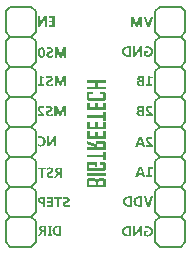
<source format=gbo>
%FSLAX44Y44*%
%MOMM*%
G71*
G01*
G75*
G04 Layer_Color=32896*
%ADD10C,0.2800*%
%ADD11C,1.0000*%
%ADD12C,0.5000*%
%ADD13C,0.3000*%
%ADD14R,0.3000X0.7500*%
%ADD15R,0.7500X0.3000*%
%ADD16R,0.9000X0.8000*%
%ADD17R,0.8000X0.9000*%
%ADD18R,1.4700X1.1600*%
%ADD19R,1.5500X1.1600*%
G04:AMPARAMS|DCode=20|XSize=1.4001mm|YSize=1.1999mm|CornerRadius=0.12mm|HoleSize=0mm|Usage=FLASHONLY|Rotation=0.000|XOffset=0mm|YOffset=0mm|HoleType=Round|Shape=RoundedRectangle|*
%AMROUNDEDRECTD20*
21,1,1.4001,0.9599,0,0,0.0*
21,1,1.1601,1.1999,0,0,0.0*
1,1,0.2400,0.5800,-0.4800*
1,1,0.2400,-0.5800,-0.4800*
1,1,0.2400,-0.5800,0.4800*
1,1,0.2400,0.5800,0.4800*
%
%ADD20ROUNDEDRECTD20*%
G04:AMPARAMS|DCode=21|XSize=0.7mm|YSize=1.1999mm|CornerRadius=0.07mm|HoleSize=0mm|Usage=FLASHONLY|Rotation=0.000|XOffset=0mm|YOffset=0mm|HoleType=Round|Shape=RoundedRectangle|*
%AMROUNDEDRECTD21*
21,1,0.7000,1.0599,0,0,0.0*
21,1,0.5600,1.1999,0,0,0.0*
1,1,0.1400,0.2800,-0.5300*
1,1,0.1400,-0.2800,-0.5300*
1,1,0.1400,-0.2800,0.5300*
1,1,0.1400,0.2800,0.5300*
%
%ADD21ROUNDEDRECTD21*%
%ADD22R,2.5000X2.5000*%
%ADD23R,1.6000X1.6000*%
%ADD24C,1.6000*%
%ADD25C,0.6000*%
%ADD26C,0.5000*%
%ADD27C,0.6000*%
%ADD28C,2.0160*%
%ADD29C,1.3160*%
%ADD30C,0.2000*%
%ADD31C,0.1270*%
%ADD32R,0.7700X0.7700*%
%ADD33R,0.7700X0.7700*%
%ADD34R,0.7800X0.7700*%
%ADD35R,0.7700X0.7700*%
%ADD36R,0.5032X0.9532*%
%ADD37R,0.9532X0.5032*%
%ADD38R,1.1032X1.0032*%
%ADD39R,1.0032X1.1032*%
%ADD40R,1.6732X1.3632*%
%ADD41R,1.7532X1.3632*%
G04:AMPARAMS|DCode=42|XSize=1.6033mm|YSize=1.4031mm|CornerRadius=0.1403mm|HoleSize=0mm|Usage=FLASHONLY|Rotation=0.000|XOffset=0mm|YOffset=0mm|HoleType=Round|Shape=RoundedRectangle|*
%AMROUNDEDRECTD42*
21,1,1.6033,1.1225,0,0,0.0*
21,1,1.3226,1.4031,0,0,0.0*
1,1,0.2806,0.6613,-0.5612*
1,1,0.2806,-0.6613,-0.5612*
1,1,0.2806,-0.6613,0.5612*
1,1,0.2806,0.6613,0.5612*
%
%ADD42ROUNDEDRECTD42*%
G04:AMPARAMS|DCode=43|XSize=0.9032mm|YSize=1.4031mm|CornerRadius=0.0903mm|HoleSize=0mm|Usage=FLASHONLY|Rotation=0.000|XOffset=0mm|YOffset=0mm|HoleType=Round|Shape=RoundedRectangle|*
%AMROUNDEDRECTD43*
21,1,0.9032,1.2225,0,0,0.0*
21,1,0.7226,1.4031,0,0,0.0*
1,1,0.1806,0.3613,-0.6112*
1,1,0.1806,-0.3613,-0.6112*
1,1,0.1806,-0.3613,0.6112*
1,1,0.1806,0.3613,0.6112*
%
%ADD43ROUNDEDRECTD43*%
%ADD44R,2.7032X2.7032*%
%ADD45R,1.8032X1.8032*%
%ADD46C,1.8032*%
G36*
X118407Y84200D02*
X116424D01*
X115786Y86156D01*
X112665D01*
X112027Y84200D01*
X110030D01*
X113109Y92771D01*
X115259D01*
X118407Y84200D01*
D02*
G37*
G36*
X122151Y92909D02*
X122401Y92895D01*
X122872Y92812D01*
X123094Y92757D01*
X123302Y92688D01*
X123496Y92618D01*
X123663Y92563D01*
X123829Y92493D01*
X123968Y92424D01*
X124093Y92355D01*
X124204Y92299D01*
X124287Y92257D01*
X124342Y92216D01*
X124384Y92202D01*
X124398Y92188D01*
Y90593D01*
X124204Y90746D01*
X124010Y90885D01*
X123815Y91009D01*
X123635Y91107D01*
X123441Y91190D01*
X123274Y91259D01*
X122942Y91370D01*
X122803Y91412D01*
X122664Y91439D01*
X122553Y91453D01*
X122456Y91467D01*
X122373Y91481D01*
X122262D01*
X122026Y91467D01*
X121832Y91425D01*
X121652Y91370D01*
X121499Y91287D01*
X121375Y91204D01*
X121264Y91093D01*
X121180Y90982D01*
X121111Y90871D01*
X121055Y90760D01*
X121014Y90649D01*
X120986Y90538D01*
X120958Y90455D01*
Y90371D01*
X120945Y90316D01*
Y90274D01*
Y90260D01*
X120958Y90066D01*
X121000Y89872D01*
X121042Y89692D01*
X121097Y89525D01*
X121166Y89401D01*
X121208Y89290D01*
X121250Y89234D01*
X121264Y89206D01*
X121402Y89012D01*
X121555Y88804D01*
X121735Y88596D01*
X121915Y88402D01*
X122082Y88236D01*
X122220Y88097D01*
X122276Y88042D01*
X122318Y88000D01*
X122331Y87986D01*
X122345Y87972D01*
X124814Y85601D01*
Y84200D01*
X119211D01*
Y85684D01*
X122761D01*
Y85712D01*
X120972Y87334D01*
X120653Y87639D01*
X120362Y87944D01*
X120126Y88236D01*
X119918Y88527D01*
X119738Y88790D01*
X119586Y89054D01*
X119461Y89304D01*
X119364Y89525D01*
X119294Y89733D01*
X119239Y89928D01*
X119197Y90080D01*
X119169Y90219D01*
X119156Y90330D01*
X119142Y90413D01*
Y90469D01*
Y90482D01*
X119156Y90690D01*
X119169Y90885D01*
X119253Y91245D01*
X119377Y91550D01*
X119516Y91814D01*
X119655Y92008D01*
X119710Y92091D01*
X119780Y92161D01*
X119821Y92202D01*
X119863Y92244D01*
X119877Y92257D01*
X119891Y92271D01*
X120029Y92382D01*
X120182Y92493D01*
X120515Y92646D01*
X120848Y92771D01*
X121166Y92840D01*
X121444Y92895D01*
X121569Y92909D01*
X121680D01*
X121763Y92923D01*
X121888D01*
X122151Y92909D01*
D02*
G37*
G36*
X117277Y110400D02*
X114074D01*
X113810Y110414D01*
X113561Y110428D01*
X113325Y110469D01*
X113103Y110511D01*
X112909Y110553D01*
X112715Y110622D01*
X112548Y110677D01*
X112396Y110747D01*
X112257Y110802D01*
X112132Y110871D01*
X112035Y110927D01*
X111952Y110969D01*
X111883Y111024D01*
X111841Y111052D01*
X111813Y111066D01*
X111799Y111080D01*
X111647Y111218D01*
X111522Y111357D01*
X111411Y111510D01*
X111314Y111662D01*
X111231Y111815D01*
X111175Y111967D01*
X111064Y112272D01*
X111009Y112536D01*
X110995Y112647D01*
X110981Y112744D01*
X110967Y112827D01*
Y112882D01*
Y112924D01*
Y112938D01*
X110995Y113243D01*
X111051Y113506D01*
X111148Y113742D01*
X111245Y113950D01*
X111342Y114103D01*
X111439Y114228D01*
X111494Y114297D01*
X111522Y114325D01*
X111744Y114519D01*
X111980Y114658D01*
X112215Y114782D01*
X112451Y114866D01*
X112659Y114921D01*
X112812Y114963D01*
X112881Y114977D01*
X112923Y114990D01*
X112964D01*
Y115018D01*
X112715Y115101D01*
X112479Y115212D01*
X112285Y115337D01*
X112105Y115448D01*
X111966Y115559D01*
X111869Y115656D01*
X111813Y115712D01*
X111786Y115739D01*
X111633Y115947D01*
X111508Y116155D01*
X111425Y116363D01*
X111370Y116558D01*
X111342Y116724D01*
X111314Y116849D01*
Y116904D01*
Y116946D01*
Y116960D01*
Y116974D01*
X111328Y117140D01*
X111342Y117306D01*
X111439Y117598D01*
X111550Y117847D01*
X111688Y118069D01*
X111841Y118222D01*
X111952Y118347D01*
X112049Y118416D01*
X112063Y118444D01*
X112077D01*
X112229Y118541D01*
X112382Y118624D01*
X112729Y118749D01*
X113089Y118846D01*
X113436Y118901D01*
X113588Y118929D01*
X113741Y118943D01*
X113880Y118957D01*
X113991D01*
X114088Y118971D01*
X117277D01*
Y110400D01*
D02*
G37*
G36*
X124614Y66961D02*
Y65490D01*
X122769Y65907D01*
Y60415D01*
X124558D01*
Y59000D01*
X119205D01*
Y60415D01*
X120980D01*
Y67723D01*
X124614Y66961D01*
D02*
G37*
G36*
X115958Y33800D02*
X113004D01*
X112629Y33814D01*
X112283Y33856D01*
X111950Y33911D01*
X111631Y33980D01*
X111340Y34077D01*
X111076Y34174D01*
X110827Y34285D01*
X110591Y34396D01*
X110397Y34507D01*
X110216Y34618D01*
X110064Y34715D01*
X109939Y34812D01*
X109828Y34882D01*
X109759Y34937D01*
X109717Y34979D01*
X109703Y34993D01*
X109481Y35229D01*
X109287Y35478D01*
X109107Y35742D01*
X108968Y36005D01*
X108843Y36269D01*
X108732Y36532D01*
X108649Y36796D01*
X108580Y37045D01*
X108538Y37281D01*
X108497Y37503D01*
X108469Y37697D01*
X108441Y37863D01*
Y38002D01*
X108427Y38113D01*
Y38169D01*
Y38196D01*
X108441Y38571D01*
X108483Y38931D01*
X108538Y39264D01*
X108621Y39569D01*
X108732Y39860D01*
X108843Y40138D01*
X108982Y40388D01*
X109135Y40609D01*
X109301Y40817D01*
X109481Y41012D01*
X109675Y41192D01*
X109870Y41358D01*
X110078Y41497D01*
X110286Y41622D01*
X110702Y41844D01*
X111132Y42024D01*
X111548Y42149D01*
X111936Y42246D01*
X112283Y42301D01*
X112435Y42329D01*
X112574Y42343D01*
X112685Y42357D01*
X112796D01*
X112879Y42371D01*
X115958D01*
Y33800D01*
D02*
G37*
G36*
X122060D02*
X119993D01*
X117012Y42371D01*
X118926D01*
X120784Y36324D01*
X120867Y35991D01*
X120895Y35852D01*
X120923Y35728D01*
X120937Y35617D01*
X120950Y35534D01*
X120964Y35478D01*
Y35464D01*
X121006D01*
X121047Y35756D01*
X121075Y35908D01*
X121103Y36033D01*
X121131Y36144D01*
X121145Y36227D01*
X121172Y36296D01*
Y36310D01*
X123031Y42371D01*
X125000D01*
X122060Y33800D01*
D02*
G37*
G36*
X118526Y59000D02*
X116543D01*
X115905Y60956D01*
X112784D01*
X112146Y59000D01*
X110149D01*
X113228Y67571D01*
X115378D01*
X118526Y59000D01*
D02*
G37*
G36*
X120659Y169509D02*
X121034Y169468D01*
X121380Y169412D01*
X121713Y169329D01*
X122018Y169232D01*
X122296Y169121D01*
X122559Y169010D01*
X122795Y168885D01*
X123003Y168761D01*
X123183Y168650D01*
X123336Y168539D01*
X123475Y168442D01*
X123572Y168372D01*
X123655Y168303D01*
X123696Y168261D01*
X123710Y168247D01*
X123946Y167998D01*
X124140Y167734D01*
X124320Y167471D01*
X124459Y167193D01*
X124584Y166916D01*
X124695Y166639D01*
X124778Y166375D01*
X124847Y166126D01*
X124903Y165876D01*
X124944Y165654D01*
X124972Y165460D01*
X124986Y165280D01*
X125000Y165141D01*
X125014Y165030D01*
Y164974D01*
Y164947D01*
X125000Y164586D01*
X124958Y164239D01*
X124903Y163920D01*
X124834Y163615D01*
X124736Y163338D01*
X124639Y163074D01*
X124529Y162839D01*
X124417Y162631D01*
X124320Y162437D01*
X124209Y162270D01*
X124112Y162131D01*
X124015Y162007D01*
X123946Y161923D01*
X123890Y161854D01*
X123849Y161812D01*
X123835Y161798D01*
X123599Y161604D01*
X123350Y161424D01*
X123086Y161271D01*
X122823Y161147D01*
X122559Y161036D01*
X122282Y160939D01*
X122018Y160869D01*
X121769Y160800D01*
X121519Y160758D01*
X121297Y160717D01*
X121103Y160703D01*
X120923Y160675D01*
X120784D01*
X120673Y160661D01*
X120590D01*
X120257Y160675D01*
X119924Y160689D01*
X119619Y160731D01*
X119328Y160772D01*
X119064Y160828D01*
X118801Y160883D01*
X118565Y160953D01*
X118357Y161022D01*
X118163Y161077D01*
X117997Y161147D01*
X117844Y161202D01*
X117719Y161258D01*
X117622Y161299D01*
X117553Y161341D01*
X117511Y161355D01*
X117497Y161369D01*
Y165640D01*
X121061D01*
Y164170D01*
X119328D01*
Y162409D01*
X119508Y162339D01*
X119702Y162284D01*
X119896Y162242D01*
X120077Y162215D01*
X120243Y162201D01*
X120368Y162187D01*
X120493D01*
X120715Y162201D01*
X120923Y162215D01*
X121297Y162298D01*
X121630Y162423D01*
X121769Y162492D01*
X121894Y162561D01*
X122004Y162631D01*
X122115Y162700D01*
X122199Y162769D01*
X122268Y162825D01*
X122323Y162866D01*
X122365Y162908D01*
X122379Y162922D01*
X122393Y162936D01*
X122518Y163088D01*
X122615Y163241D01*
X122712Y163407D01*
X122795Y163574D01*
X122920Y163934D01*
X123003Y164267D01*
X123031Y164420D01*
X123045Y164558D01*
X123058Y164697D01*
X123072Y164808D01*
X123086Y164905D01*
Y164974D01*
Y165016D01*
Y165030D01*
X123072Y165280D01*
X123058Y165501D01*
X123017Y165723D01*
X122961Y165931D01*
X122906Y166112D01*
X122850Y166292D01*
X122781Y166458D01*
X122698Y166597D01*
X122628Y166722D01*
X122559Y166847D01*
X122504Y166944D01*
X122448Y167013D01*
X122393Y167082D01*
X122351Y167124D01*
X122337Y167152D01*
X122323Y167166D01*
X122171Y167304D01*
X122018Y167443D01*
X121852Y167540D01*
X121685Y167637D01*
X121519Y167720D01*
X121339Y167790D01*
X121020Y167887D01*
X120881Y167915D01*
X120742Y167942D01*
X120618Y167956D01*
X120520Y167970D01*
X120437Y167984D01*
X120312D01*
X119799Y167956D01*
X119328Y167887D01*
X119106Y167845D01*
X118912Y167804D01*
X118718Y167748D01*
X118551Y167693D01*
X118399Y167637D01*
X118260Y167582D01*
X118149Y167540D01*
X118052Y167498D01*
X117969Y167457D01*
X117913Y167429D01*
X117886Y167415D01*
X117872Y167401D01*
Y169135D01*
X118274Y169260D01*
X118676Y169357D01*
X119078Y169426D01*
X119453Y169482D01*
X119633Y169496D01*
X119785Y169509D01*
X119924D01*
X120035Y169523D01*
X120271D01*
X120659Y169509D01*
D02*
G37*
G36*
X115791Y160800D02*
X114058D01*
Y165668D01*
Y166001D01*
X114072Y166278D01*
Y166514D01*
X114086Y166708D01*
X114099Y166847D01*
Y166958D01*
X114113Y167027D01*
Y167041D01*
X114086D01*
X114030Y166930D01*
X113961Y166819D01*
X113822Y166597D01*
X113767Y166500D01*
X113711Y166417D01*
X113683Y166361D01*
X113670Y166347D01*
X110036Y160800D01*
X108164D01*
Y169371D01*
X109897D01*
Y164489D01*
Y164184D01*
X109883Y163934D01*
Y163726D01*
X109870Y163560D01*
X109856Y163435D01*
Y163352D01*
X109842Y163310D01*
Y163296D01*
X109870D01*
X109911Y163366D01*
X109967Y163463D01*
X110036Y163574D01*
X110119Y163685D01*
X110189Y163796D01*
X110244Y163893D01*
X110286Y163948D01*
X110300Y163976D01*
X113794Y169371D01*
X115791D01*
Y160800D01*
D02*
G37*
G36*
X122060Y185800D02*
X119993D01*
X117012Y194371D01*
X118926D01*
X120784Y188324D01*
X120867Y187991D01*
X120895Y187852D01*
X120923Y187728D01*
X120937Y187617D01*
X120950Y187534D01*
X120964Y187478D01*
Y187464D01*
X121006D01*
X121047Y187756D01*
X121075Y187908D01*
X121103Y188033D01*
X121131Y188144D01*
X121145Y188227D01*
X121172Y188296D01*
Y188310D01*
X123031Y194371D01*
X125000D01*
X122060Y185800D01*
D02*
G37*
G36*
X106167Y160800D02*
X103213D01*
X102838Y160814D01*
X102492Y160856D01*
X102159Y160911D01*
X101840Y160980D01*
X101549Y161077D01*
X101285Y161175D01*
X101035Y161285D01*
X100800Y161396D01*
X100605Y161507D01*
X100425Y161618D01*
X100273Y161715D01*
X100148Y161812D01*
X100037Y161882D01*
X99967Y161937D01*
X99926Y161979D01*
X99912Y161993D01*
X99690Y162229D01*
X99496Y162478D01*
X99316Y162742D01*
X99177Y163005D01*
X99052Y163269D01*
X98941Y163532D01*
X98858Y163796D01*
X98789Y164045D01*
X98747Y164281D01*
X98706Y164503D01*
X98678Y164697D01*
X98650Y164863D01*
Y165002D01*
X98636Y165113D01*
Y165169D01*
Y165196D01*
X98650Y165571D01*
X98692Y165931D01*
X98747Y166264D01*
X98830Y166569D01*
X98941Y166861D01*
X99052Y167138D01*
X99191Y167388D01*
X99344Y167609D01*
X99510Y167817D01*
X99690Y168012D01*
X99884Y168192D01*
X100078Y168358D01*
X100287Y168497D01*
X100494Y168622D01*
X100911Y168844D01*
X101341Y169024D01*
X101757Y169149D01*
X102145Y169246D01*
X102492Y169301D01*
X102644Y169329D01*
X102783Y169343D01*
X102894Y169357D01*
X103005D01*
X103088Y169371D01*
X106167D01*
Y160800D01*
D02*
G37*
G36*
X121951Y119109D02*
X122201Y119095D01*
X122672Y119012D01*
X122894Y118957D01*
X123102Y118888D01*
X123296Y118818D01*
X123463Y118763D01*
X123629Y118693D01*
X123768Y118624D01*
X123893Y118555D01*
X124004Y118499D01*
X124087Y118457D01*
X124142Y118416D01*
X124184Y118402D01*
X124198Y118388D01*
Y116793D01*
X124004Y116946D01*
X123809Y117085D01*
X123615Y117209D01*
X123435Y117306D01*
X123241Y117390D01*
X123075Y117459D01*
X122742Y117570D01*
X122603Y117612D01*
X122464Y117639D01*
X122353Y117653D01*
X122256Y117667D01*
X122173Y117681D01*
X122062D01*
X121826Y117667D01*
X121632Y117625D01*
X121452Y117570D01*
X121299Y117487D01*
X121174Y117403D01*
X121064Y117293D01*
X120980Y117182D01*
X120911Y117071D01*
X120856Y116960D01*
X120814Y116849D01*
X120786Y116738D01*
X120758Y116655D01*
Y116571D01*
X120745Y116516D01*
Y116474D01*
Y116461D01*
X120758Y116266D01*
X120800Y116072D01*
X120842Y115892D01*
X120897Y115725D01*
X120967Y115601D01*
X121008Y115490D01*
X121050Y115434D01*
X121064Y115407D01*
X121202Y115212D01*
X121355Y115004D01*
X121535Y114796D01*
X121715Y114602D01*
X121882Y114436D01*
X122021Y114297D01*
X122076Y114242D01*
X122118Y114200D01*
X122131Y114186D01*
X122145Y114172D01*
X124614Y111801D01*
Y110400D01*
X119011D01*
Y111884D01*
X122561D01*
Y111912D01*
X120772Y113534D01*
X120453Y113839D01*
X120162Y114144D01*
X119926Y114436D01*
X119718Y114727D01*
X119538Y114990D01*
X119385Y115254D01*
X119261Y115504D01*
X119164Y115725D01*
X119094Y115934D01*
X119039Y116128D01*
X118997Y116280D01*
X118969Y116419D01*
X118956Y116530D01*
X118942Y116613D01*
Y116669D01*
Y116682D01*
X118956Y116890D01*
X118969Y117085D01*
X119053Y117445D01*
X119178Y117750D01*
X119316Y118014D01*
X119455Y118208D01*
X119510Y118291D01*
X119580Y118361D01*
X119621Y118402D01*
X119663Y118444D01*
X119677Y118457D01*
X119691Y118471D01*
X119829Y118582D01*
X119982Y118693D01*
X120315Y118846D01*
X120647Y118971D01*
X120967Y119040D01*
X121244Y119095D01*
X121369Y119109D01*
X121480D01*
X121563Y119123D01*
X121688D01*
X121951Y119109D01*
D02*
G37*
G36*
X117597Y135800D02*
X114393D01*
X114129Y135814D01*
X113880Y135828D01*
X113644Y135869D01*
X113422Y135911D01*
X113228Y135953D01*
X113034Y136022D01*
X112867Y136077D01*
X112715Y136147D01*
X112576Y136202D01*
X112451Y136271D01*
X112354Y136327D01*
X112271Y136369D01*
X112202Y136424D01*
X112160Y136452D01*
X112132Y136466D01*
X112118Y136480D01*
X111966Y136618D01*
X111841Y136757D01*
X111730Y136910D01*
X111633Y137062D01*
X111550Y137215D01*
X111494Y137367D01*
X111383Y137672D01*
X111328Y137936D01*
X111314Y138047D01*
X111300Y138144D01*
X111286Y138227D01*
Y138282D01*
Y138324D01*
Y138338D01*
X111314Y138643D01*
X111370Y138906D01*
X111467Y139142D01*
X111564Y139350D01*
X111661Y139503D01*
X111758Y139628D01*
X111813Y139697D01*
X111841Y139725D01*
X112063Y139919D01*
X112299Y140058D01*
X112535Y140182D01*
X112770Y140266D01*
X112978Y140321D01*
X113131Y140363D01*
X113200Y140377D01*
X113242Y140390D01*
X113283D01*
Y140418D01*
X113034Y140501D01*
X112798Y140612D01*
X112604Y140737D01*
X112423Y140848D01*
X112285Y140959D01*
X112188Y141056D01*
X112132Y141112D01*
X112105Y141139D01*
X111952Y141347D01*
X111827Y141555D01*
X111744Y141763D01*
X111688Y141958D01*
X111661Y142124D01*
X111633Y142249D01*
Y142304D01*
Y142346D01*
Y142360D01*
Y142374D01*
X111647Y142540D01*
X111661Y142706D01*
X111758Y142998D01*
X111869Y143247D01*
X112008Y143469D01*
X112160Y143622D01*
X112271Y143747D01*
X112368Y143816D01*
X112382Y143844D01*
X112396D01*
X112548Y143941D01*
X112701Y144024D01*
X113048Y144149D01*
X113408Y144246D01*
X113755Y144301D01*
X113907Y144329D01*
X114060Y144343D01*
X114199Y144357D01*
X114310D01*
X114407Y144371D01*
X117597D01*
Y135800D01*
D02*
G37*
G36*
X124614Y143760D02*
Y142290D01*
X122769Y142706D01*
Y137215D01*
X124558D01*
Y135800D01*
X119205D01*
Y137215D01*
X120980D01*
Y144523D01*
X124614Y143760D01*
D02*
G37*
G36*
X106985Y33800D02*
X104031D01*
X103657Y33814D01*
X103310Y33856D01*
X102977Y33911D01*
X102658Y33980D01*
X102367Y34077D01*
X102103Y34174D01*
X101854Y34285D01*
X101618Y34396D01*
X101424Y34507D01*
X101243Y34618D01*
X101091Y34715D01*
X100966Y34812D01*
X100855Y34882D01*
X100786Y34937D01*
X100744Y34979D01*
X100730Y34993D01*
X100508Y35229D01*
X100314Y35478D01*
X100134Y35742D01*
X99995Y36005D01*
X99871Y36269D01*
X99760Y36532D01*
X99676Y36796D01*
X99607Y37045D01*
X99565Y37281D01*
X99524Y37503D01*
X99496Y37697D01*
X99468Y37863D01*
Y38002D01*
X99454Y38113D01*
Y38169D01*
Y38196D01*
X99468Y38571D01*
X99510Y38931D01*
X99565Y39264D01*
X99649Y39569D01*
X99760Y39860D01*
X99871Y40138D01*
X100009Y40388D01*
X100162Y40609D01*
X100328Y40817D01*
X100508Y41012D01*
X100703Y41192D01*
X100897Y41358D01*
X101105Y41497D01*
X101313Y41622D01*
X101729Y41844D01*
X102159Y42024D01*
X102575Y42149D01*
X102963Y42246D01*
X103310Y42301D01*
X103462Y42329D01*
X103601Y42343D01*
X103712Y42357D01*
X103823D01*
X103906Y42371D01*
X106985D01*
Y33800D01*
D02*
G37*
G36*
X76348Y87029D02*
Y87429D01*
X76371Y87761D01*
X76393Y88028D01*
X76415Y88228D01*
Y88383D01*
X76437Y88494D01*
X76459Y88539D01*
Y88561D01*
X76592Y88783D01*
X76748Y88960D01*
X76925Y89071D01*
X77125Y89160D01*
X77303Y89205D01*
X77458Y89249D01*
X83652D01*
X83874Y89227D01*
X84074Y89205D01*
X84229Y89138D01*
X84384Y89049D01*
X84607Y88849D01*
X84762Y88627D01*
X84851Y88383D01*
X84895Y88183D01*
X84917Y88095D01*
Y88028D01*
Y88006D01*
Y87984D01*
Y81590D01*
X69200D01*
Y83943D01*
X82897D01*
Y86918D01*
X77924D01*
Y84587D01*
X76504D01*
X69200Y87206D01*
Y89649D01*
X76348Y87029D01*
D02*
G37*
G36*
X71287Y93422D02*
X76215D01*
Y96974D01*
X78257D01*
Y93422D01*
X82830D01*
Y97529D01*
X84917D01*
Y91069D01*
X69200D01*
Y97596D01*
X71287D01*
Y93422D01*
D02*
G37*
G36*
Y101547D02*
X76215D01*
Y105099D01*
X78257D01*
Y101547D01*
X82830D01*
Y105654D01*
X84917D01*
Y99194D01*
X69200D01*
Y105721D01*
X71287D01*
Y101547D01*
D02*
G37*
G36*
X84917Y72843D02*
X82830D01*
Y75441D01*
X69200D01*
Y77772D01*
X82830D01*
Y80369D01*
X84917D01*
Y72843D01*
D02*
G37*
G36*
X75549Y57681D02*
X75816Y57614D01*
X76038Y57526D01*
X76237Y57437D01*
X76371Y57326D01*
X76481Y57237D01*
X76548Y57171D01*
X76570Y57148D01*
X76592Y57126D01*
X76637Y57082D01*
X76748Y56926D01*
X76859Y56726D01*
X77014Y56482D01*
X77147Y56260D01*
X77281Y56083D01*
X77369Y55927D01*
X77392Y55905D01*
Y55883D01*
X77525Y56083D01*
X77636Y56260D01*
X77747Y56416D01*
X77813Y56571D01*
X77969Y56771D01*
X78058Y56926D01*
X78124Y57015D01*
X78146Y57082D01*
X78169Y57104D01*
X78346Y57281D01*
X78546Y57393D01*
X78768Y57481D01*
X78968Y57548D01*
X79145Y57592D01*
X79301Y57614D01*
X83652D01*
X83874Y57592D01*
X84074Y57570D01*
X84229Y57503D01*
X84384Y57437D01*
X84607Y57237D01*
X84762Y57015D01*
X84851Y56793D01*
X84895Y56593D01*
X84917Y56460D01*
Y56438D01*
Y56416D01*
Y50000D01*
X69200D01*
Y56438D01*
X69222Y56660D01*
X69244Y56860D01*
X69311Y57015D01*
X69400Y57171D01*
X69600Y57393D01*
X69822Y57548D01*
X70044Y57637D01*
X70243Y57681D01*
X70399Y57703D01*
X75261D01*
X75549Y57681D01*
D02*
G37*
G36*
X84917Y59590D02*
X69200D01*
Y61943D01*
X84917D01*
Y59590D01*
D02*
G37*
G36*
X83874Y71645D02*
X84074Y71600D01*
X84229Y71534D01*
X84384Y71467D01*
X84607Y71267D01*
X84762Y71023D01*
X84851Y70801D01*
X84895Y70601D01*
X84917Y70446D01*
Y70424D01*
Y70401D01*
Y65162D01*
X84895Y64940D01*
X84851Y64741D01*
X84784Y64585D01*
X84718Y64430D01*
X84607Y64319D01*
X84518Y64208D01*
X84274Y64052D01*
X84052Y63963D01*
X83852Y63919D01*
X83696Y63897D01*
X70443D01*
X70221Y63919D01*
X70044Y63941D01*
X69866Y64008D01*
X69733Y64097D01*
X69511Y64296D01*
X69355Y64518D01*
X69267Y64741D01*
X69222Y64940D01*
X69200Y65096D01*
Y65118D01*
Y65140D01*
Y70401D01*
X69222Y70623D01*
X69244Y70823D01*
X69311Y70979D01*
X69400Y71134D01*
X69600Y71356D01*
X69822Y71511D01*
X70044Y71600D01*
X70243Y71645D01*
X70399Y71667D01*
X77636D01*
Y67582D01*
X75638D01*
Y69314D01*
X71220D01*
Y66250D01*
X82897D01*
Y69314D01*
X80122D01*
Y71667D01*
X83652D01*
X83874Y71645D01*
D02*
G37*
G36*
X106167Y8600D02*
X103213D01*
X102838Y8614D01*
X102492Y8655D01*
X102159Y8711D01*
X101840Y8780D01*
X101549Y8877D01*
X101285Y8974D01*
X101035Y9085D01*
X100800Y9196D01*
X100605Y9307D01*
X100425Y9418D01*
X100273Y9515D01*
X100148Y9612D01*
X100037Y9682D01*
X99967Y9737D01*
X99926Y9779D01*
X99912Y9793D01*
X99690Y10029D01*
X99496Y10278D01*
X99316Y10542D01*
X99177Y10805D01*
X99052Y11069D01*
X98941Y11332D01*
X98858Y11596D01*
X98789Y11845D01*
X98747Y12081D01*
X98706Y12303D01*
X98678Y12497D01*
X98650Y12663D01*
Y12802D01*
X98636Y12913D01*
Y12969D01*
Y12996D01*
X98650Y13371D01*
X98692Y13731D01*
X98747Y14064D01*
X98830Y14369D01*
X98941Y14661D01*
X99052Y14938D01*
X99191Y15187D01*
X99344Y15409D01*
X99510Y15617D01*
X99690Y15812D01*
X99884Y15992D01*
X100078Y16158D01*
X100287Y16297D01*
X100494Y16422D01*
X100911Y16644D01*
X101341Y16824D01*
X101757Y16949D01*
X102145Y17046D01*
X102492Y17101D01*
X102644Y17129D01*
X102783Y17143D01*
X102894Y17157D01*
X103005D01*
X103088Y17171D01*
X106167D01*
Y8600D01*
D02*
G37*
G36*
X120659Y17309D02*
X121034Y17268D01*
X121380Y17212D01*
X121713Y17129D01*
X122018Y17032D01*
X122296Y16921D01*
X122559Y16810D01*
X122795Y16685D01*
X123003Y16560D01*
X123183Y16450D01*
X123336Y16339D01*
X123475Y16242D01*
X123572Y16172D01*
X123655Y16103D01*
X123696Y16061D01*
X123710Y16047D01*
X123946Y15798D01*
X124140Y15534D01*
X124320Y15271D01*
X124459Y14993D01*
X124584Y14716D01*
X124695Y14439D01*
X124778Y14175D01*
X124847Y13925D01*
X124903Y13676D01*
X124944Y13454D01*
X124972Y13260D01*
X124986Y13080D01*
X125000Y12941D01*
X125014Y12830D01*
Y12774D01*
Y12747D01*
X125000Y12386D01*
X124958Y12039D01*
X124903Y11720D01*
X124834Y11415D01*
X124736Y11138D01*
X124639Y10874D01*
X124529Y10639D01*
X124417Y10431D01*
X124320Y10237D01*
X124209Y10070D01*
X124112Y9931D01*
X124015Y9807D01*
X123946Y9723D01*
X123890Y9654D01*
X123849Y9612D01*
X123835Y9599D01*
X123599Y9404D01*
X123350Y9224D01*
X123086Y9071D01*
X122823Y8947D01*
X122559Y8836D01*
X122282Y8739D01*
X122018Y8669D01*
X121769Y8600D01*
X121519Y8558D01*
X121297Y8517D01*
X121103Y8503D01*
X120923Y8475D01*
X120784D01*
X120673Y8461D01*
X120590D01*
X120257Y8475D01*
X119924Y8489D01*
X119619Y8531D01*
X119328Y8572D01*
X119064Y8628D01*
X118801Y8683D01*
X118565Y8753D01*
X118357Y8822D01*
X118163Y8877D01*
X117997Y8947D01*
X117844Y9002D01*
X117719Y9058D01*
X117622Y9099D01*
X117553Y9141D01*
X117511Y9155D01*
X117497Y9169D01*
Y13440D01*
X121061D01*
Y11970D01*
X119328D01*
Y10209D01*
X119508Y10139D01*
X119702Y10084D01*
X119896Y10042D01*
X120077Y10015D01*
X120243Y10001D01*
X120368Y9987D01*
X120493D01*
X120715Y10001D01*
X120923Y10015D01*
X121297Y10098D01*
X121630Y10223D01*
X121769Y10292D01*
X121894Y10361D01*
X122004Y10431D01*
X122115Y10500D01*
X122199Y10569D01*
X122268Y10625D01*
X122323Y10666D01*
X122365Y10708D01*
X122379Y10722D01*
X122393Y10736D01*
X122518Y10888D01*
X122615Y11041D01*
X122712Y11207D01*
X122795Y11374D01*
X122920Y11734D01*
X123003Y12067D01*
X123031Y12220D01*
X123045Y12358D01*
X123058Y12497D01*
X123072Y12608D01*
X123086Y12705D01*
Y12774D01*
Y12816D01*
Y12830D01*
X123072Y13080D01*
X123058Y13301D01*
X123017Y13523D01*
X122961Y13731D01*
X122906Y13912D01*
X122850Y14092D01*
X122781Y14258D01*
X122698Y14397D01*
X122628Y14522D01*
X122559Y14647D01*
X122504Y14744D01*
X122448Y14813D01*
X122393Y14882D01*
X122351Y14924D01*
X122337Y14952D01*
X122323Y14966D01*
X122171Y15104D01*
X122018Y15243D01*
X121852Y15340D01*
X121685Y15437D01*
X121519Y15520D01*
X121339Y15590D01*
X121020Y15687D01*
X120881Y15714D01*
X120742Y15742D01*
X120618Y15756D01*
X120520Y15770D01*
X120437Y15784D01*
X120312D01*
X119799Y15756D01*
X119328Y15687D01*
X119106Y15645D01*
X118912Y15604D01*
X118718Y15548D01*
X118551Y15493D01*
X118399Y15437D01*
X118260Y15382D01*
X118149Y15340D01*
X118052Y15298D01*
X117969Y15257D01*
X117913Y15229D01*
X117886Y15215D01*
X117872Y15201D01*
Y16935D01*
X118274Y17060D01*
X118676Y17157D01*
X119078Y17226D01*
X119453Y17282D01*
X119633Y17296D01*
X119785Y17309D01*
X119924D01*
X120035Y17323D01*
X120271D01*
X120659Y17309D01*
D02*
G37*
G36*
X115791Y8600D02*
X114058D01*
Y13468D01*
Y13801D01*
X114072Y14078D01*
Y14314D01*
X114086Y14508D01*
X114099Y14647D01*
Y14758D01*
X114113Y14827D01*
Y14841D01*
X114086D01*
X114030Y14730D01*
X113961Y14619D01*
X113822Y14397D01*
X113767Y14300D01*
X113711Y14217D01*
X113683Y14161D01*
X113670Y14147D01*
X110036Y8600D01*
X108164D01*
Y17171D01*
X109897D01*
Y12289D01*
Y11984D01*
X109883Y11734D01*
Y11526D01*
X109870Y11360D01*
X109856Y11235D01*
Y11152D01*
X109842Y11110D01*
Y11096D01*
X109870D01*
X109911Y11166D01*
X109967Y11263D01*
X110036Y11374D01*
X110119Y11485D01*
X110189Y11596D01*
X110244Y11693D01*
X110286Y11748D01*
X110300Y11776D01*
X113794Y17171D01*
X115791D01*
Y8600D01*
D02*
G37*
G36*
X84917Y138599D02*
X78435D01*
Y135424D01*
X84917D01*
Y133071D01*
X69200D01*
Y135424D01*
X76237D01*
Y138599D01*
X69200D01*
Y140974D01*
X84917D01*
Y138599D01*
D02*
G37*
G36*
Y106609D02*
X82830D01*
Y109206D01*
X69200D01*
Y111537D01*
X82830D01*
Y114135D01*
X84917D01*
Y106609D01*
D02*
G37*
G36*
X71287Y117709D02*
X76215D01*
Y121261D01*
X78257D01*
Y117709D01*
X82830D01*
Y121816D01*
X84917D01*
Y115356D01*
X69200D01*
Y121882D01*
X71287D01*
Y117709D01*
D02*
G37*
G36*
X83874Y131184D02*
X84074Y131139D01*
X84229Y131073D01*
X84384Y131006D01*
X84607Y130807D01*
X84762Y130562D01*
X84851Y130340D01*
X84895Y130141D01*
X84917Y129985D01*
Y129963D01*
Y129941D01*
Y124724D01*
X84895Y124502D01*
X84851Y124324D01*
X84784Y124147D01*
X84718Y124014D01*
X84518Y123792D01*
X84274Y123636D01*
X84052Y123547D01*
X83852Y123503D01*
X83696Y123481D01*
X70443D01*
X70221Y123503D01*
X70044Y123525D01*
X69866Y123592D01*
X69733Y123680D01*
X69511Y123880D01*
X69355Y124102D01*
X69267Y124324D01*
X69222Y124524D01*
X69200Y124679D01*
Y124702D01*
Y124724D01*
Y129941D01*
X69222Y130163D01*
X69244Y130363D01*
X69311Y130518D01*
X69400Y130673D01*
X69600Y130895D01*
X69822Y131051D01*
X70044Y131139D01*
X70243Y131184D01*
X70399Y131206D01*
X74506D01*
Y128875D01*
X71220D01*
Y125834D01*
X82897D01*
Y128875D01*
X79789D01*
Y131206D01*
X83652D01*
X83874Y131184D01*
D02*
G37*
G36*
X51400Y135800D02*
X49750D01*
Y140640D01*
Y141042D01*
X49763Y141444D01*
X49777Y141805D01*
Y142138D01*
X49791Y142290D01*
Y142415D01*
X49805Y142540D01*
Y142637D01*
X49819Y142706D01*
Y142776D01*
Y142803D01*
Y142817D01*
X49777D01*
X49736Y142651D01*
X49708Y142498D01*
X49680Y142360D01*
X49653Y142235D01*
X49625Y142124D01*
X49597Y142027D01*
X49569Y141874D01*
X49542Y141763D01*
X49514Y141694D01*
X49500Y141666D01*
Y141652D01*
X47350Y135800D01*
X45894D01*
X43786Y141708D01*
X43745Y141833D01*
X43703Y141999D01*
X43661Y142179D01*
X43620Y142374D01*
X43578Y142540D01*
X43551Y142679D01*
X43537Y142734D01*
X43523Y142776D01*
Y142803D01*
Y142817D01*
X43467D01*
X43495Y142429D01*
X43509Y142069D01*
X43537Y141763D01*
Y141500D01*
X43551Y141292D01*
Y141209D01*
Y141125D01*
Y141070D01*
Y141028D01*
Y141014D01*
Y141001D01*
Y135800D01*
X41734D01*
Y144371D01*
X44327D01*
X46185Y139198D01*
X46255Y139004D01*
X46310Y138796D01*
X46380Y138588D01*
X46421Y138393D01*
X46463Y138227D01*
X46505Y138102D01*
X46518Y138047D01*
Y138005D01*
X46532Y137991D01*
Y137977D01*
X46574D01*
X46615Y138199D01*
X46657Y138407D01*
X46712Y138615D01*
X46768Y138796D01*
X46810Y138948D01*
X46851Y139073D01*
X46879Y139156D01*
X46893Y139184D01*
X48737Y144371D01*
X51400D01*
Y135800D01*
D02*
G37*
G36*
X37660Y66909D02*
X37910Y66895D01*
X38159Y66868D01*
X38395Y66826D01*
X38603Y66771D01*
X38797Y66715D01*
X38991Y66660D01*
X39144Y66590D01*
X39297Y66535D01*
X39421Y66466D01*
X39532Y66410D01*
X39629Y66368D01*
X39699Y66313D01*
X39754Y66285D01*
X39782Y66271D01*
X39796Y66258D01*
X39962Y66133D01*
X40101Y65980D01*
X40226Y65841D01*
X40323Y65689D01*
X40420Y65536D01*
X40489Y65384D01*
X40600Y65079D01*
X40656Y64815D01*
X40683Y64690D01*
X40697Y64593D01*
X40711Y64510D01*
Y64455D01*
Y64413D01*
Y64399D01*
X40683Y64108D01*
X40628Y63817D01*
X40531Y63567D01*
X40392Y63317D01*
X40240Y63096D01*
X40073Y62901D01*
X39893Y62707D01*
X39699Y62541D01*
X39518Y62402D01*
X39338Y62277D01*
X39172Y62166D01*
X39019Y62069D01*
X38880Y62000D01*
X38783Y61958D01*
X38728Y61931D01*
X38700Y61917D01*
X38464Y61820D01*
X38256Y61736D01*
X38076Y61639D01*
X37910Y61556D01*
X37757Y61487D01*
X37632Y61417D01*
X37521Y61348D01*
X37424Y61293D01*
X37341Y61251D01*
X37286Y61196D01*
X37188Y61126D01*
X37133Y61085D01*
X37119Y61071D01*
X37022Y60960D01*
X36939Y60835D01*
X36883Y60724D01*
X36856Y60627D01*
X36828Y60544D01*
X36814Y60474D01*
Y60433D01*
Y60419D01*
X36828Y60280D01*
X36869Y60142D01*
X36939Y60031D01*
X37008Y59934D01*
X37078Y59864D01*
X37147Y59795D01*
X37188Y59767D01*
X37202Y59753D01*
X37355Y59670D01*
X37535Y59601D01*
X37715Y59559D01*
X37910Y59517D01*
X38062Y59504D01*
X38201Y59490D01*
X38326D01*
X38575Y59504D01*
X38811Y59531D01*
X39033Y59573D01*
X39241Y59629D01*
X39643Y59767D01*
X39824Y59837D01*
X39990Y59920D01*
X40142Y60003D01*
X40281Y60072D01*
X40392Y60156D01*
X40489Y60211D01*
X40572Y60266D01*
X40628Y60308D01*
X40656Y60336D01*
X40669Y60350D01*
Y58519D01*
X40295Y58366D01*
X39893Y58256D01*
X39491Y58172D01*
X39102Y58117D01*
X38936Y58103D01*
X38770Y58089D01*
X38631Y58075D01*
X38506D01*
X38395Y58061D01*
X38256D01*
X37965Y58075D01*
X37688Y58089D01*
X37424Y58117D01*
X37188Y58158D01*
X36967Y58214D01*
X36759Y58269D01*
X36578Y58325D01*
X36412Y58380D01*
X36259Y58436D01*
X36135Y58491D01*
X36023Y58547D01*
X35940Y58602D01*
X35871Y58644D01*
X35815Y58671D01*
X35788Y58699D01*
X35774D01*
X35621Y58824D01*
X35483Y58963D01*
X35372Y59115D01*
X35275Y59268D01*
X35178Y59420D01*
X35108Y59573D01*
X35011Y59878D01*
X34942Y60142D01*
X34928Y60266D01*
X34914Y60363D01*
X34900Y60461D01*
Y60516D01*
Y60558D01*
Y60571D01*
X34914Y60877D01*
X34970Y61154D01*
X35053Y61404D01*
X35136Y61612D01*
X35233Y61792D01*
X35302Y61917D01*
X35358Y62000D01*
X35386Y62028D01*
X35483Y62139D01*
X35594Y62250D01*
X35857Y62471D01*
X36148Y62666D01*
X36440Y62832D01*
X36703Y62971D01*
X36828Y63040D01*
X36925Y63082D01*
X37008Y63123D01*
X37078Y63151D01*
X37119Y63179D01*
X37133D01*
X37327Y63262D01*
X37508Y63345D01*
X37660Y63428D01*
X37813Y63498D01*
X37937Y63567D01*
X38048Y63636D01*
X38145Y63692D01*
X38229Y63747D01*
X38353Y63831D01*
X38451Y63886D01*
X38492Y63928D01*
X38506Y63941D01*
X38603Y64053D01*
X38672Y64150D01*
X38714Y64261D01*
X38742Y64358D01*
X38770Y64427D01*
X38783Y64496D01*
Y64538D01*
Y64552D01*
X38770Y64704D01*
X38714Y64829D01*
X38658Y64940D01*
X38575Y65037D01*
X38506Y65120D01*
X38437Y65176D01*
X38395Y65204D01*
X38381Y65217D01*
X38215Y65301D01*
X38035Y65356D01*
X37854Y65412D01*
X37688Y65439D01*
X37535Y65453D01*
X37410Y65467D01*
X37078D01*
X36883Y65439D01*
X36495Y65370D01*
X36148Y65273D01*
X35843Y65176D01*
X35718Y65120D01*
X35608Y65065D01*
X35510Y65009D01*
X35427Y64968D01*
X35358Y64926D01*
X35316Y64898D01*
X35289Y64885D01*
X35275Y64871D01*
Y66590D01*
X35608Y66701D01*
X35954Y66785D01*
X36315Y66840D01*
X36648Y66882D01*
X36800Y66895D01*
X36939Y66909D01*
X37064D01*
X37175Y66923D01*
X37383D01*
X37660Y66909D01*
D02*
G37*
G36*
X34262Y65273D02*
X31821D01*
Y58200D01*
X29991D01*
Y65273D01*
X27536D01*
Y66771D01*
X34262D01*
Y65273D01*
D02*
G37*
G36*
X30756Y168709D02*
X31019Y168668D01*
X31269Y168612D01*
X31505Y168543D01*
X31713Y168446D01*
X31907Y168349D01*
X32087Y168238D01*
X32240Y168141D01*
X32392Y168030D01*
X32503Y167919D01*
X32614Y167822D01*
X32697Y167725D01*
X32767Y167655D01*
X32808Y167600D01*
X32836Y167558D01*
X32850Y167544D01*
X32989Y167309D01*
X33113Y167059D01*
X33224Y166796D01*
X33321Y166518D01*
X33405Y166241D01*
X33474Y165950D01*
X33571Y165409D01*
X33599Y165145D01*
X33627Y164909D01*
X33640Y164701D01*
X33654Y164507D01*
X33668Y164355D01*
Y164244D01*
Y164174D01*
Y164147D01*
X33654Y163758D01*
X33640Y163398D01*
X33599Y163051D01*
X33543Y162732D01*
X33474Y162441D01*
X33391Y162164D01*
X33294Y161900D01*
X33197Y161664D01*
X33086Y161456D01*
X32961Y161248D01*
X32836Y161068D01*
X32711Y160902D01*
X32573Y160763D01*
X32434Y160624D01*
X32295Y160499D01*
X32157Y160402D01*
X31879Y160222D01*
X31602Y160083D01*
X31352Y159986D01*
X31116Y159931D01*
X30922Y159889D01*
X30770Y159875D01*
X30714Y159861D01*
X30645D01*
X30368Y159875D01*
X30104Y159917D01*
X29868Y159972D01*
X29646Y160042D01*
X29438Y160139D01*
X29244Y160236D01*
X29078Y160333D01*
X28925Y160444D01*
X28786Y160555D01*
X28662Y160652D01*
X28565Y160763D01*
X28481Y160846D01*
X28412Y160915D01*
X28370Y160971D01*
X28343Y161012D01*
X28329Y161026D01*
X28190Y161262D01*
X28065Y161498D01*
X27954Y161761D01*
X27857Y162039D01*
X27788Y162316D01*
X27719Y162593D01*
X27622Y163120D01*
X27594Y163370D01*
X27566Y163606D01*
X27552Y163814D01*
X27538Y163994D01*
X27524Y164133D01*
Y164244D01*
Y164313D01*
Y164341D01*
X27538Y164743D01*
X27552Y165117D01*
X27594Y165464D01*
X27649Y165783D01*
X27719Y166088D01*
X27802Y166380D01*
X27885Y166629D01*
X27982Y166879D01*
X28093Y167101D01*
X28204Y167295D01*
X28329Y167489D01*
X28454Y167655D01*
X28592Y167808D01*
X28731Y167947D01*
X28856Y168071D01*
X28995Y168182D01*
X29272Y168363D01*
X29549Y168487D01*
X29799Y168584D01*
X30021Y168654D01*
X30201Y168696D01*
X30354Y168709D01*
X30409Y168723D01*
X30478D01*
X30756Y168709D01*
D02*
G37*
G36*
X47965Y40473D02*
X45524D01*
Y33400D01*
X43694D01*
Y40473D01*
X41239D01*
Y41971D01*
X47965D01*
Y40473D01*
D02*
G37*
G36*
X32941Y143760D02*
Y142290D01*
X31097Y142706D01*
Y137215D01*
X32886D01*
Y135800D01*
X27532D01*
Y137215D01*
X29308D01*
Y144523D01*
X32941Y143760D01*
D02*
G37*
G36*
X37115Y144509D02*
X37365Y144495D01*
X37615Y144468D01*
X37851Y144426D01*
X38059Y144371D01*
X38253Y144315D01*
X38447Y144260D01*
X38600Y144190D01*
X38752Y144135D01*
X38877Y144066D01*
X38988Y144010D01*
X39085Y143968D01*
X39154Y143913D01*
X39210Y143885D01*
X39237Y143871D01*
X39251Y143857D01*
X39418Y143733D01*
X39556Y143580D01*
X39681Y143441D01*
X39778Y143289D01*
X39875Y143136D01*
X39945Y142984D01*
X40056Y142679D01*
X40111Y142415D01*
X40139Y142290D01*
X40153Y142193D01*
X40167Y142110D01*
Y142055D01*
Y142013D01*
Y141999D01*
X40139Y141708D01*
X40083Y141417D01*
X39986Y141167D01*
X39848Y140917D01*
X39695Y140696D01*
X39529Y140501D01*
X39348Y140307D01*
X39154Y140141D01*
X38974Y140002D01*
X38794Y139877D01*
X38627Y139766D01*
X38475Y139669D01*
X38336Y139600D01*
X38239Y139558D01*
X38183Y139531D01*
X38156Y139517D01*
X37920Y139420D01*
X37712Y139336D01*
X37532Y139239D01*
X37365Y139156D01*
X37213Y139087D01*
X37088Y139017D01*
X36977Y138948D01*
X36880Y138893D01*
X36797Y138851D01*
X36741Y138796D01*
X36644Y138726D01*
X36588Y138685D01*
X36575Y138671D01*
X36478Y138560D01*
X36394Y138435D01*
X36339Y138324D01*
X36311Y138227D01*
X36283Y138144D01*
X36270Y138074D01*
Y138033D01*
Y138019D01*
X36283Y137880D01*
X36325Y137742D01*
X36394Y137631D01*
X36464Y137534D01*
X36533Y137464D01*
X36602Y137395D01*
X36644Y137367D01*
X36658Y137353D01*
X36810Y137270D01*
X36991Y137201D01*
X37171Y137159D01*
X37365Y137118D01*
X37518Y137104D01*
X37656Y137090D01*
X37781D01*
X38031Y137104D01*
X38267Y137131D01*
X38489Y137173D01*
X38696Y137228D01*
X39099Y137367D01*
X39279Y137437D01*
X39445Y137520D01*
X39598Y137603D01*
X39737Y137672D01*
X39848Y137755D01*
X39945Y137811D01*
X40028Y137866D01*
X40083Y137908D01*
X40111Y137936D01*
X40125Y137950D01*
Y136119D01*
X39750Y135966D01*
X39348Y135856D01*
X38946Y135772D01*
X38558Y135717D01*
X38391Y135703D01*
X38225Y135689D01*
X38086Y135675D01*
X37961D01*
X37851Y135661D01*
X37712D01*
X37421Y135675D01*
X37143Y135689D01*
X36880Y135717D01*
X36644Y135758D01*
X36422Y135814D01*
X36214Y135869D01*
X36034Y135925D01*
X35867Y135980D01*
X35715Y136036D01*
X35590Y136091D01*
X35479Y136147D01*
X35396Y136202D01*
X35326Y136244D01*
X35271Y136271D01*
X35243Y136299D01*
X35229D01*
X35077Y136424D01*
X34938Y136563D01*
X34827Y136715D01*
X34730Y136868D01*
X34633Y137020D01*
X34564Y137173D01*
X34467Y137478D01*
X34397Y137742D01*
X34383Y137866D01*
X34370Y137963D01*
X34356Y138061D01*
Y138116D01*
Y138158D01*
Y138172D01*
X34370Y138477D01*
X34425Y138754D01*
X34508Y139004D01*
X34592Y139212D01*
X34689Y139392D01*
X34758Y139517D01*
X34813Y139600D01*
X34841Y139628D01*
X34938Y139739D01*
X35049Y139850D01*
X35313Y140071D01*
X35604Y140266D01*
X35895Y140432D01*
X36159Y140571D01*
X36283Y140640D01*
X36381Y140682D01*
X36464Y140723D01*
X36533Y140751D01*
X36575Y140779D01*
X36588D01*
X36783Y140862D01*
X36963Y140945D01*
X37115Y141028D01*
X37268Y141098D01*
X37393Y141167D01*
X37504Y141236D01*
X37601Y141292D01*
X37684Y141347D01*
X37809Y141431D01*
X37906Y141486D01*
X37948Y141528D01*
X37961Y141542D01*
X38059Y141652D01*
X38128Y141750D01*
X38170Y141861D01*
X38197Y141958D01*
X38225Y142027D01*
X38239Y142096D01*
Y142138D01*
Y142152D01*
X38225Y142304D01*
X38170Y142429D01*
X38114Y142540D01*
X38031Y142637D01*
X37961Y142720D01*
X37892Y142776D01*
X37851Y142803D01*
X37837Y142817D01*
X37670Y142901D01*
X37490Y142956D01*
X37310Y143012D01*
X37143Y143039D01*
X36991Y143053D01*
X36866Y143067D01*
X36533D01*
X36339Y143039D01*
X35951Y142970D01*
X35604Y142873D01*
X35299Y142776D01*
X35174Y142720D01*
X35063Y142665D01*
X34966Y142609D01*
X34883Y142568D01*
X34813Y142526D01*
X34772Y142498D01*
X34744Y142485D01*
X34730Y142471D01*
Y144190D01*
X35063Y144301D01*
X35410Y144384D01*
X35770Y144440D01*
X36103Y144482D01*
X36256Y144495D01*
X36394Y144509D01*
X36519D01*
X36630Y144523D01*
X36838D01*
X37115Y144509D01*
D02*
G37*
G36*
X29928Y93509D02*
X30275Y93468D01*
X30608Y93398D01*
X30913Y93315D01*
X31204Y93218D01*
X31481Y93107D01*
X31731Y92996D01*
X31953Y92871D01*
X32147Y92747D01*
X32327Y92636D01*
X32480Y92525D01*
X32604Y92428D01*
X32715Y92344D01*
X32785Y92275D01*
X32826Y92233D01*
X32840Y92220D01*
X33062Y91970D01*
X33256Y91706D01*
X33437Y91429D01*
X33575Y91152D01*
X33700Y90874D01*
X33811Y90597D01*
X33894Y90333D01*
X33950Y90070D01*
X34005Y89834D01*
X34047Y89599D01*
X34075Y89404D01*
X34102Y89224D01*
Y89085D01*
X34116Y88988D01*
Y88919D01*
Y88891D01*
X34102Y88545D01*
X34061Y88212D01*
X34005Y87893D01*
X33936Y87601D01*
X33853Y87324D01*
X33756Y87074D01*
X33658Y86839D01*
X33548Y86631D01*
X33437Y86437D01*
X33340Y86284D01*
X33242Y86145D01*
X33159Y86020D01*
X33090Y85937D01*
X33021Y85868D01*
X32993Y85826D01*
X32979Y85812D01*
X32757Y85604D01*
X32521Y85438D01*
X32272Y85285D01*
X32022Y85147D01*
X31759Y85036D01*
X31509Y84939D01*
X31259Y84869D01*
X31010Y84800D01*
X30788Y84758D01*
X30580Y84717D01*
X30386Y84703D01*
X30219Y84675D01*
X30080D01*
X29983Y84661D01*
X29623D01*
X29359Y84675D01*
X29110Y84703D01*
X28874Y84731D01*
X28666Y84758D01*
X28458Y84800D01*
X28278Y84842D01*
X28111Y84883D01*
X27959Y84925D01*
X27834Y84966D01*
X27723Y85008D01*
X27626Y85036D01*
X27556Y85063D01*
X27501Y85091D01*
X27473Y85105D01*
X27459D01*
Y86783D01*
X27820Y86603D01*
X28180Y86464D01*
X28527Y86367D01*
X28846Y86298D01*
X28999Y86270D01*
X29124Y86256D01*
X29248Y86242D01*
X29346D01*
X29429Y86229D01*
X29540D01*
X29762Y86242D01*
X29969Y86256D01*
X30358Y86353D01*
X30691Y86464D01*
X30829Y86534D01*
X30968Y86617D01*
X31079Y86686D01*
X31190Y86756D01*
X31273Y86811D01*
X31342Y86866D01*
X31412Y86922D01*
X31453Y86964D01*
X31467Y86977D01*
X31481Y86991D01*
X31606Y87144D01*
X31717Y87296D01*
X31814Y87463D01*
X31883Y87643D01*
X32022Y87976D01*
X32105Y88309D01*
X32133Y88447D01*
X32147Y88586D01*
X32161Y88711D01*
X32175Y88822D01*
X32188Y88905D01*
Y88974D01*
Y89016D01*
Y89030D01*
X32175Y89266D01*
X32161Y89501D01*
X32078Y89904D01*
X32008Y90098D01*
X31953Y90264D01*
X31883Y90417D01*
X31814Y90569D01*
X31745Y90694D01*
X31675Y90805D01*
X31606Y90902D01*
X31551Y90985D01*
X31509Y91041D01*
X31467Y91082D01*
X31453Y91110D01*
X31440Y91124D01*
X31287Y91263D01*
X31135Y91388D01*
X30982Y91498D01*
X30815Y91595D01*
X30635Y91665D01*
X30469Y91734D01*
X30150Y91831D01*
X30011Y91859D01*
X29873Y91887D01*
X29748Y91901D01*
X29637Y91915D01*
X29553Y91928D01*
X29429D01*
X29027Y91901D01*
X28652Y91845D01*
X28319Y91776D01*
X28028Y91679D01*
X27903Y91637D01*
X27792Y91582D01*
X27695Y91540D01*
X27612Y91512D01*
X27543Y91471D01*
X27501Y91457D01*
X27473Y91429D01*
X27459D01*
Y93190D01*
X27792Y93301D01*
X28139Y93385D01*
X28500Y93440D01*
X28819Y93482D01*
X28971Y93496D01*
X29110Y93509D01*
X29234D01*
X29346Y93523D01*
X29553D01*
X29928Y93509D01*
D02*
G37*
G36*
X36916Y119109D02*
X37165Y119095D01*
X37415Y119068D01*
X37651Y119026D01*
X37859Y118971D01*
X38053Y118915D01*
X38247Y118860D01*
X38400Y118790D01*
X38552Y118735D01*
X38677Y118666D01*
X38788Y118610D01*
X38885Y118568D01*
X38954Y118513D01*
X39010Y118485D01*
X39037Y118471D01*
X39051Y118457D01*
X39218Y118333D01*
X39356Y118180D01*
X39481Y118041D01*
X39578Y117889D01*
X39675Y117736D01*
X39745Y117584D01*
X39856Y117279D01*
X39911Y117015D01*
X39939Y116890D01*
X39953Y116793D01*
X39967Y116710D01*
Y116655D01*
Y116613D01*
Y116599D01*
X39939Y116308D01*
X39883Y116017D01*
X39786Y115767D01*
X39648Y115517D01*
X39495Y115296D01*
X39329Y115101D01*
X39148Y114907D01*
X38954Y114741D01*
X38774Y114602D01*
X38594Y114477D01*
X38427Y114366D01*
X38275Y114269D01*
X38136Y114200D01*
X38039Y114158D01*
X37983Y114131D01*
X37956Y114117D01*
X37720Y114020D01*
X37512Y113936D01*
X37332Y113839D01*
X37165Y113756D01*
X37013Y113687D01*
X36888Y113617D01*
X36777Y113548D01*
X36680Y113493D01*
X36597Y113451D01*
X36541Y113396D01*
X36444Y113326D01*
X36388Y113285D01*
X36375Y113271D01*
X36278Y113160D01*
X36194Y113035D01*
X36139Y112924D01*
X36111Y112827D01*
X36083Y112744D01*
X36070Y112674D01*
Y112633D01*
Y112619D01*
X36083Y112480D01*
X36125Y112342D01*
X36194Y112231D01*
X36264Y112134D01*
X36333Y112064D01*
X36402Y111995D01*
X36444Y111967D01*
X36458Y111953D01*
X36610Y111870D01*
X36791Y111801D01*
X36971Y111759D01*
X37165Y111718D01*
X37318Y111704D01*
X37456Y111690D01*
X37581D01*
X37831Y111704D01*
X38067Y111731D01*
X38289Y111773D01*
X38496Y111828D01*
X38899Y111967D01*
X39079Y112037D01*
X39245Y112120D01*
X39398Y112203D01*
X39537Y112272D01*
X39648Y112355D01*
X39745Y112411D01*
X39828Y112466D01*
X39883Y112508D01*
X39911Y112536D01*
X39925Y112550D01*
Y110719D01*
X39550Y110566D01*
X39148Y110456D01*
X38746Y110372D01*
X38358Y110317D01*
X38191Y110303D01*
X38025Y110289D01*
X37886Y110275D01*
X37761D01*
X37651Y110261D01*
X37512D01*
X37221Y110275D01*
X36943Y110289D01*
X36680Y110317D01*
X36444Y110358D01*
X36222Y110414D01*
X36014Y110469D01*
X35834Y110525D01*
X35667Y110580D01*
X35515Y110636D01*
X35390Y110691D01*
X35279Y110747D01*
X35196Y110802D01*
X35127Y110844D01*
X35071Y110871D01*
X35043Y110899D01*
X35029D01*
X34877Y111024D01*
X34738Y111163D01*
X34627Y111315D01*
X34530Y111468D01*
X34433Y111620D01*
X34364Y111773D01*
X34267Y112078D01*
X34197Y112342D01*
X34183Y112466D01*
X34170Y112563D01*
X34156Y112661D01*
Y112716D01*
Y112758D01*
Y112772D01*
X34170Y113077D01*
X34225Y113354D01*
X34308Y113604D01*
X34392Y113812D01*
X34489Y113992D01*
X34558Y114117D01*
X34613Y114200D01*
X34641Y114228D01*
X34738Y114339D01*
X34849Y114450D01*
X35113Y114671D01*
X35404Y114866D01*
X35695Y115032D01*
X35959Y115171D01*
X36083Y115240D01*
X36181Y115282D01*
X36264Y115323D01*
X36333Y115351D01*
X36375Y115379D01*
X36388D01*
X36583Y115462D01*
X36763Y115545D01*
X36916Y115628D01*
X37068Y115698D01*
X37193Y115767D01*
X37304Y115836D01*
X37401Y115892D01*
X37484Y115947D01*
X37609Y116031D01*
X37706Y116086D01*
X37748Y116128D01*
X37761Y116142D01*
X37859Y116252D01*
X37928Y116350D01*
X37970Y116461D01*
X37997Y116558D01*
X38025Y116627D01*
X38039Y116696D01*
Y116738D01*
Y116752D01*
X38025Y116904D01*
X37970Y117029D01*
X37914Y117140D01*
X37831Y117237D01*
X37761Y117320D01*
X37692Y117376D01*
X37651Y117403D01*
X37637Y117417D01*
X37470Y117501D01*
X37290Y117556D01*
X37110Y117612D01*
X36943Y117639D01*
X36791Y117653D01*
X36666Y117667D01*
X36333D01*
X36139Y117639D01*
X35751Y117570D01*
X35404Y117473D01*
X35099Y117376D01*
X34974Y117320D01*
X34863Y117265D01*
X34766Y117209D01*
X34683Y117168D01*
X34613Y117126D01*
X34572Y117098D01*
X34544Y117085D01*
X34530Y117071D01*
Y118790D01*
X34863Y118901D01*
X35210Y118984D01*
X35570Y119040D01*
X35903Y119082D01*
X36056Y119095D01*
X36194Y119109D01*
X36319D01*
X36430Y119123D01*
X36638D01*
X36916Y119109D01*
D02*
G37*
G36*
X43200Y84800D02*
X41466D01*
Y89668D01*
Y90001D01*
X41480Y90278D01*
Y90514D01*
X41494Y90708D01*
X41508Y90847D01*
Y90958D01*
X41522Y91027D01*
Y91041D01*
X41494D01*
X41439Y90930D01*
X41369Y90819D01*
X41231Y90597D01*
X41175Y90500D01*
X41120Y90417D01*
X41092Y90361D01*
X41078Y90347D01*
X37445Y84800D01*
X35572D01*
Y93371D01*
X37306D01*
Y88489D01*
Y88184D01*
X37292Y87934D01*
Y87726D01*
X37278Y87560D01*
X37264Y87435D01*
Y87352D01*
X37250Y87310D01*
Y87296D01*
X37278D01*
X37320Y87366D01*
X37375Y87463D01*
X37445Y87574D01*
X37528Y87685D01*
X37597Y87796D01*
X37653Y87893D01*
X37694Y87948D01*
X37708Y87976D01*
X41203Y93371D01*
X43200D01*
Y84800D01*
D02*
G37*
G36*
X30397Y119109D02*
X30647Y119095D01*
X31119Y119012D01*
X31340Y118957D01*
X31549Y118888D01*
X31743Y118818D01*
X31909Y118763D01*
X32076Y118693D01*
X32214Y118624D01*
X32339Y118555D01*
X32450Y118499D01*
X32533Y118457D01*
X32589Y118416D01*
X32630Y118402D01*
X32644Y118388D01*
Y116793D01*
X32450Y116946D01*
X32256Y117085D01*
X32062Y117209D01*
X31881Y117306D01*
X31687Y117390D01*
X31521Y117459D01*
X31188Y117570D01*
X31049Y117612D01*
X30910Y117639D01*
X30800Y117653D01*
X30703Y117667D01*
X30619Y117681D01*
X30508D01*
X30273Y117667D01*
X30078Y117625D01*
X29898Y117570D01*
X29746Y117487D01*
X29621Y117403D01*
X29510Y117293D01*
X29427Y117182D01*
X29357Y117071D01*
X29302Y116960D01*
X29260Y116849D01*
X29232Y116738D01*
X29205Y116655D01*
Y116571D01*
X29191Y116516D01*
Y116474D01*
Y116461D01*
X29205Y116266D01*
X29246Y116072D01*
X29288Y115892D01*
X29343Y115725D01*
X29413Y115601D01*
X29454Y115490D01*
X29496Y115434D01*
X29510Y115407D01*
X29648Y115212D01*
X29801Y115004D01*
X29981Y114796D01*
X30162Y114602D01*
X30328Y114436D01*
X30467Y114297D01*
X30522Y114242D01*
X30564Y114200D01*
X30578Y114186D01*
X30592Y114172D01*
X33060Y111801D01*
Y110400D01*
X27457D01*
Y111884D01*
X31008D01*
Y111912D01*
X29219Y113534D01*
X28900Y113839D01*
X28608Y114144D01*
X28373Y114436D01*
X28165Y114727D01*
X27984Y114990D01*
X27832Y115254D01*
X27707Y115504D01*
X27610Y115725D01*
X27541Y115934D01*
X27485Y116128D01*
X27443Y116280D01*
X27416Y116419D01*
X27402Y116530D01*
X27388Y116613D01*
Y116669D01*
Y116682D01*
X27402Y116890D01*
X27416Y117085D01*
X27499Y117445D01*
X27624Y117750D01*
X27762Y118014D01*
X27901Y118208D01*
X27957Y118291D01*
X28026Y118361D01*
X28068Y118402D01*
X28109Y118444D01*
X28123Y118457D01*
X28137Y118471D01*
X28275Y118582D01*
X28428Y118693D01*
X28761Y118846D01*
X29094Y118971D01*
X29413Y119040D01*
X29690Y119095D01*
X29815Y119109D01*
X29926D01*
X30009Y119123D01*
X30134D01*
X30397Y119109D01*
D02*
G37*
G36*
X48200Y58200D02*
X46369D01*
Y61515D01*
X45815D01*
X45704Y61501D01*
X45607Y61487D01*
X45426Y61417D01*
X45357Y61376D01*
X45301Y61334D01*
X45274Y61320D01*
X45260Y61307D01*
X45149Y61210D01*
X45038Y61085D01*
X44913Y60946D01*
X44802Y60793D01*
X44719Y60655D01*
X44636Y60530D01*
X44580Y60447D01*
X44566Y60433D01*
Y60419D01*
X43221Y58200D01*
X41127D01*
X42736Y60738D01*
X42874Y60932D01*
X42999Y61112D01*
X43124Y61265D01*
X43249Y61404D01*
X43360Y61528D01*
X43471Y61639D01*
X43568Y61723D01*
X43665Y61806D01*
X43832Y61917D01*
X43942Y62000D01*
X44026Y62028D01*
X44040Y62042D01*
X44053D01*
Y62069D01*
X43734Y62180D01*
X43457Y62305D01*
X43207Y62458D01*
X43013Y62596D01*
X42847Y62735D01*
X42736Y62846D01*
X42667Y62915D01*
X42639Y62943D01*
X42472Y63193D01*
X42347Y63442D01*
X42250Y63692D01*
X42195Y63928D01*
X42153Y64136D01*
X42140Y64219D01*
Y64288D01*
X42126Y64358D01*
Y64399D01*
Y64427D01*
Y64441D01*
X42140Y64649D01*
X42153Y64857D01*
X42195Y65037D01*
X42250Y65204D01*
X42403Y65522D01*
X42597Y65786D01*
X42833Y66008D01*
X43096Y66202D01*
X43374Y66355D01*
X43651Y66479D01*
X43942Y66576D01*
X44220Y66646D01*
X44483Y66701D01*
X44705Y66729D01*
X44913Y66757D01*
X45052Y66771D01*
X48200D01*
Y58200D01*
D02*
G37*
G36*
X51200Y110400D02*
X49550D01*
Y115240D01*
Y115642D01*
X49563Y116044D01*
X49577Y116405D01*
Y116738D01*
X49591Y116890D01*
Y117015D01*
X49605Y117140D01*
Y117237D01*
X49619Y117306D01*
Y117376D01*
Y117403D01*
Y117417D01*
X49577D01*
X49536Y117251D01*
X49508Y117098D01*
X49480Y116960D01*
X49453Y116835D01*
X49425Y116724D01*
X49397Y116627D01*
X49369Y116474D01*
X49342Y116363D01*
X49314Y116294D01*
X49300Y116266D01*
Y116252D01*
X47150Y110400D01*
X45694D01*
X43586Y116308D01*
X43545Y116433D01*
X43503Y116599D01*
X43461Y116779D01*
X43420Y116974D01*
X43378Y117140D01*
X43351Y117279D01*
X43337Y117334D01*
X43323Y117376D01*
Y117403D01*
Y117417D01*
X43267D01*
X43295Y117029D01*
X43309Y116669D01*
X43337Y116363D01*
Y116100D01*
X43351Y115892D01*
Y115809D01*
Y115725D01*
Y115670D01*
Y115628D01*
Y115615D01*
Y115601D01*
Y110400D01*
X41534D01*
Y118971D01*
X44127D01*
X45985Y113798D01*
X46055Y113604D01*
X46110Y113396D01*
X46180Y113188D01*
X46221Y112993D01*
X46263Y112827D01*
X46304Y112702D01*
X46318Y112647D01*
Y112605D01*
X46332Y112591D01*
Y112577D01*
X46374D01*
X46415Y112799D01*
X46457Y113007D01*
X46512Y113215D01*
X46568Y113396D01*
X46610Y113548D01*
X46651Y113673D01*
X46679Y113756D01*
X46693Y113784D01*
X48537Y118971D01*
X51200D01*
Y110400D01*
D02*
G37*
G36*
X40060Y33400D02*
X34984D01*
Y34884D01*
X38229D01*
Y36964D01*
X35400D01*
Y38462D01*
X38229D01*
Y40473D01*
X35178D01*
Y41971D01*
X40060D01*
Y33400D01*
D02*
G37*
G36*
X34627Y9200D02*
X32797D01*
Y12515D01*
X32242D01*
X32131Y12501D01*
X32034Y12487D01*
X31853Y12418D01*
X31784Y12376D01*
X31729Y12334D01*
X31701Y12320D01*
X31687Y12306D01*
X31576Y12209D01*
X31465Y12085D01*
X31340Y11946D01*
X31230Y11793D01*
X31146Y11655D01*
X31063Y11530D01*
X31008Y11447D01*
X30994Y11433D01*
Y11419D01*
X29648Y9200D01*
X27554D01*
X29163Y11738D01*
X29302Y11932D01*
X29427Y12112D01*
X29551Y12265D01*
X29676Y12404D01*
X29787Y12528D01*
X29898Y12639D01*
X29995Y12723D01*
X30092Y12806D01*
X30259Y12917D01*
X30370Y13000D01*
X30453Y13028D01*
X30467Y13042D01*
X30481D01*
Y13069D01*
X30162Y13180D01*
X29884Y13305D01*
X29635Y13458D01*
X29440Y13596D01*
X29274Y13735D01*
X29163Y13846D01*
X29094Y13915D01*
X29066Y13943D01*
X28900Y14193D01*
X28775Y14442D01*
X28678Y14692D01*
X28622Y14928D01*
X28581Y15136D01*
X28567Y15219D01*
Y15288D01*
X28553Y15358D01*
Y15399D01*
Y15427D01*
Y15441D01*
X28567Y15649D01*
X28581Y15857D01*
X28622Y16037D01*
X28678Y16204D01*
X28830Y16523D01*
X29024Y16786D01*
X29260Y17008D01*
X29524Y17202D01*
X29801Y17355D01*
X30078Y17479D01*
X30370Y17577D01*
X30647Y17646D01*
X30910Y17701D01*
X31132Y17729D01*
X31340Y17757D01*
X31479Y17771D01*
X34627D01*
Y9200D01*
D02*
G37*
G36*
X41600Y186200D02*
X36524D01*
Y187684D01*
X39769D01*
Y189764D01*
X36940D01*
Y191262D01*
X39769D01*
Y193273D01*
X36718D01*
Y194771D01*
X41600D01*
Y186200D01*
D02*
G37*
G36*
X35110D02*
X33376D01*
Y191068D01*
Y191401D01*
X33390Y191678D01*
Y191914D01*
X33404Y192108D01*
X33418Y192247D01*
Y192358D01*
X33431Y192427D01*
Y192441D01*
X33404D01*
X33348Y192330D01*
X33279Y192219D01*
X33140Y191997D01*
X33085Y191900D01*
X33029Y191817D01*
X33002Y191761D01*
X32988Y191747D01*
X29354Y186200D01*
X27482D01*
Y194771D01*
X29216D01*
Y189889D01*
Y189584D01*
X29202Y189334D01*
Y189126D01*
X29188Y188960D01*
X29174Y188835D01*
Y188752D01*
X29160Y188710D01*
Y188696D01*
X29188D01*
X29229Y188766D01*
X29285Y188863D01*
X29354Y188974D01*
X29437Y189085D01*
X29507Y189196D01*
X29562Y189293D01*
X29604Y189348D01*
X29618Y189376D01*
X33112Y194771D01*
X35110D01*
Y186200D01*
D02*
G37*
G36*
X39162Y16356D02*
X38427D01*
Y10615D01*
X39162D01*
Y9200D01*
X35861D01*
Y10615D01*
X36610D01*
Y16356D01*
X35861D01*
Y17771D01*
X39162D01*
Y16356D01*
D02*
G37*
G36*
X47400Y9200D02*
X44446D01*
X44072Y9214D01*
X43725Y9255D01*
X43392Y9311D01*
X43073Y9380D01*
X42782Y9477D01*
X42518Y9574D01*
X42269Y9685D01*
X42033Y9796D01*
X41839Y9907D01*
X41659Y10018D01*
X41506Y10115D01*
X41381Y10212D01*
X41270Y10282D01*
X41201Y10337D01*
X41159Y10379D01*
X41145Y10393D01*
X40924Y10628D01*
X40729Y10878D01*
X40549Y11142D01*
X40410Y11405D01*
X40286Y11669D01*
X40175Y11932D01*
X40091Y12196D01*
X40022Y12445D01*
X39980Y12681D01*
X39939Y12903D01*
X39911Y13097D01*
X39883Y13263D01*
Y13402D01*
X39869Y13513D01*
Y13569D01*
Y13596D01*
X39883Y13971D01*
X39925Y14331D01*
X39980Y14664D01*
X40064Y14969D01*
X40175Y15260D01*
X40286Y15538D01*
X40424Y15788D01*
X40577Y16009D01*
X40743Y16217D01*
X40924Y16412D01*
X41118Y16592D01*
X41312Y16758D01*
X41520Y16897D01*
X41728Y17022D01*
X42144Y17244D01*
X42574Y17424D01*
X42990Y17549D01*
X43378Y17646D01*
X43725Y17701D01*
X43877Y17729D01*
X44016Y17743D01*
X44127Y17757D01*
X44238D01*
X44321Y17771D01*
X47400D01*
Y9200D01*
D02*
G37*
G36*
X37315Y168709D02*
X37565Y168696D01*
X37815Y168668D01*
X38051Y168626D01*
X38259Y168571D01*
X38453Y168515D01*
X38647Y168460D01*
X38800Y168390D01*
X38952Y168335D01*
X39077Y168266D01*
X39188Y168210D01*
X39285Y168169D01*
X39354Y168113D01*
X39410Y168085D01*
X39437Y168071D01*
X39451Y168058D01*
X39618Y167933D01*
X39756Y167780D01*
X39881Y167642D01*
X39978Y167489D01*
X40075Y167336D01*
X40145Y167184D01*
X40256Y166879D01*
X40311Y166615D01*
X40339Y166490D01*
X40353Y166393D01*
X40367Y166310D01*
Y166255D01*
Y166213D01*
Y166199D01*
X40339Y165908D01*
X40283Y165617D01*
X40186Y165367D01*
X40048Y165117D01*
X39895Y164896D01*
X39729Y164701D01*
X39548Y164507D01*
X39354Y164341D01*
X39174Y164202D01*
X38994Y164077D01*
X38827Y163966D01*
X38675Y163869D01*
X38536Y163800D01*
X38439Y163758D01*
X38383Y163731D01*
X38356Y163717D01*
X38120Y163620D01*
X37912Y163536D01*
X37732Y163439D01*
X37565Y163356D01*
X37413Y163287D01*
X37288Y163218D01*
X37177Y163148D01*
X37080Y163093D01*
X36997Y163051D01*
X36941Y162996D01*
X36844Y162926D01*
X36788Y162885D01*
X36775Y162871D01*
X36678Y162760D01*
X36594Y162635D01*
X36539Y162524D01*
X36511Y162427D01*
X36483Y162344D01*
X36470Y162274D01*
Y162233D01*
Y162219D01*
X36483Y162080D01*
X36525Y161942D01*
X36594Y161831D01*
X36664Y161734D01*
X36733Y161664D01*
X36802Y161595D01*
X36844Y161567D01*
X36858Y161553D01*
X37010Y161470D01*
X37191Y161401D01*
X37371Y161359D01*
X37565Y161318D01*
X37718Y161304D01*
X37856Y161290D01*
X37981D01*
X38231Y161304D01*
X38467Y161331D01*
X38688Y161373D01*
X38897Y161429D01*
X39299Y161567D01*
X39479Y161637D01*
X39645Y161720D01*
X39798Y161803D01*
X39937Y161872D01*
X40048Y161956D01*
X40145Y162011D01*
X40228Y162066D01*
X40283Y162108D01*
X40311Y162136D01*
X40325Y162150D01*
Y160319D01*
X39950Y160166D01*
X39548Y160056D01*
X39146Y159972D01*
X38758Y159917D01*
X38591Y159903D01*
X38425Y159889D01*
X38286Y159875D01*
X38161D01*
X38051Y159861D01*
X37912D01*
X37621Y159875D01*
X37343Y159889D01*
X37080Y159917D01*
X36844Y159958D01*
X36622Y160014D01*
X36414Y160069D01*
X36234Y160125D01*
X36067Y160180D01*
X35915Y160236D01*
X35790Y160291D01*
X35679Y160347D01*
X35596Y160402D01*
X35526Y160444D01*
X35471Y160471D01*
X35443Y160499D01*
X35429D01*
X35277Y160624D01*
X35138Y160763D01*
X35027Y160915D01*
X34930Y161068D01*
X34833Y161220D01*
X34764Y161373D01*
X34667Y161678D01*
X34597Y161942D01*
X34583Y162066D01*
X34570Y162164D01*
X34556Y162261D01*
Y162316D01*
Y162358D01*
Y162372D01*
X34570Y162677D01*
X34625Y162954D01*
X34708Y163204D01*
X34792Y163412D01*
X34889Y163592D01*
X34958Y163717D01*
X35013Y163800D01*
X35041Y163828D01*
X35138Y163939D01*
X35249Y164050D01*
X35513Y164272D01*
X35804Y164466D01*
X36095Y164632D01*
X36359Y164771D01*
X36483Y164840D01*
X36581Y164882D01*
X36664Y164923D01*
X36733Y164951D01*
X36775Y164979D01*
X36788D01*
X36983Y165062D01*
X37163Y165145D01*
X37315Y165228D01*
X37468Y165298D01*
X37593Y165367D01*
X37704Y165436D01*
X37801Y165492D01*
X37884Y165547D01*
X38009Y165631D01*
X38106Y165686D01*
X38148Y165728D01*
X38161Y165742D01*
X38259Y165853D01*
X38328Y165950D01*
X38370Y166061D01*
X38397Y166158D01*
X38425Y166227D01*
X38439Y166296D01*
Y166338D01*
Y166352D01*
X38425Y166504D01*
X38370Y166629D01*
X38314Y166740D01*
X38231Y166837D01*
X38161Y166920D01*
X38092Y166976D01*
X38051Y167004D01*
X38037Y167017D01*
X37870Y167101D01*
X37690Y167156D01*
X37510Y167212D01*
X37343Y167239D01*
X37191Y167253D01*
X37066Y167267D01*
X36733D01*
X36539Y167239D01*
X36151Y167170D01*
X35804Y167073D01*
X35499Y166976D01*
X35374Y166920D01*
X35263Y166865D01*
X35166Y166809D01*
X35083Y166768D01*
X35013Y166726D01*
X34972Y166698D01*
X34944Y166685D01*
X34930Y166671D01*
Y168390D01*
X35263Y168501D01*
X35610Y168584D01*
X35970Y168640D01*
X36303Y168682D01*
X36456Y168696D01*
X36594Y168709D01*
X36719D01*
X36830Y168723D01*
X37038D01*
X37315Y168709D01*
D02*
G37*
G36*
X33570Y33400D02*
X31739D01*
Y36382D01*
X30533D01*
X30283Y36409D01*
X30033Y36437D01*
X29811Y36493D01*
X29603Y36548D01*
X29395Y36618D01*
X29215Y36687D01*
X29049Y36756D01*
X28896Y36825D01*
X28771Y36895D01*
X28646Y36964D01*
X28563Y37020D01*
X28480Y37075D01*
X28424Y37117D01*
X28397Y37131D01*
X28383Y37144D01*
X28217Y37297D01*
X28064Y37463D01*
X27939Y37630D01*
X27814Y37810D01*
X27731Y37990D01*
X27648Y38157D01*
X27578Y38337D01*
X27537Y38490D01*
X27495Y38656D01*
X27468Y38795D01*
X27440Y38920D01*
X27426Y39031D01*
X27412Y39128D01*
Y39197D01*
Y39239D01*
Y39252D01*
X27426Y39502D01*
X27454Y39738D01*
X27495Y39946D01*
X27551Y40154D01*
X27620Y40334D01*
X27703Y40514D01*
X27911Y40820D01*
X28161Y41083D01*
X28424Y41305D01*
X28716Y41485D01*
X29007Y41638D01*
X29312Y41749D01*
X29603Y41832D01*
X29867Y41887D01*
X30116Y41929D01*
X30324Y41957D01*
X30408D01*
X30477Y41971D01*
X33570D01*
Y33400D01*
D02*
G37*
G36*
X115958Y185800D02*
X114307D01*
Y190640D01*
Y191042D01*
X114321Y191444D01*
X114335Y191805D01*
Y192138D01*
X114349Y192290D01*
Y192415D01*
X114363Y192540D01*
Y192637D01*
X114377Y192707D01*
Y192776D01*
Y192804D01*
Y192817D01*
X114335D01*
X114294Y192651D01*
X114266Y192498D01*
X114238Y192360D01*
X114210Y192235D01*
X114183Y192124D01*
X114155Y192027D01*
X114127Y191874D01*
X114099Y191763D01*
X114072Y191694D01*
X114058Y191666D01*
Y191653D01*
X111908Y185800D01*
X110452D01*
X108344Y191708D01*
X108302Y191833D01*
X108261Y191999D01*
X108219Y192180D01*
X108178Y192374D01*
X108136Y192540D01*
X108108Y192679D01*
X108094Y192734D01*
X108081Y192776D01*
Y192804D01*
Y192817D01*
X108025D01*
X108053Y192429D01*
X108067Y192069D01*
X108094Y191763D01*
Y191500D01*
X108108Y191292D01*
Y191209D01*
Y191126D01*
Y191070D01*
Y191028D01*
Y191014D01*
Y191001D01*
Y185800D01*
X106292D01*
Y194371D01*
X108885D01*
X110743Y189198D01*
X110813Y189004D01*
X110868Y188796D01*
X110937Y188588D01*
X110979Y188393D01*
X111021Y188227D01*
X111062Y188102D01*
X111076Y188047D01*
Y188005D01*
X111090Y187991D01*
Y187977D01*
X111132D01*
X111173Y188199D01*
X111215Y188407D01*
X111270Y188615D01*
X111326Y188796D01*
X111367Y188948D01*
X111409Y189073D01*
X111437Y189156D01*
X111451Y189184D01*
X113295Y194371D01*
X115958D01*
Y185800D01*
D02*
G37*
G36*
X51600Y160000D02*
X49950D01*
Y164840D01*
Y165242D01*
X49963Y165644D01*
X49977Y166005D01*
Y166338D01*
X49991Y166490D01*
Y166615D01*
X50005Y166740D01*
Y166837D01*
X50019Y166907D01*
Y166976D01*
Y167004D01*
Y167017D01*
X49977D01*
X49936Y166851D01*
X49908Y166698D01*
X49880Y166560D01*
X49853Y166435D01*
X49825Y166324D01*
X49797Y166227D01*
X49769Y166074D01*
X49742Y165963D01*
X49714Y165894D01*
X49700Y165866D01*
Y165853D01*
X47550Y160000D01*
X46094D01*
X43986Y165908D01*
X43945Y166033D01*
X43903Y166199D01*
X43861Y166380D01*
X43820Y166574D01*
X43778Y166740D01*
X43751Y166879D01*
X43737Y166934D01*
X43723Y166976D01*
Y167004D01*
Y167017D01*
X43667D01*
X43695Y166629D01*
X43709Y166269D01*
X43737Y165963D01*
Y165700D01*
X43751Y165492D01*
Y165409D01*
Y165326D01*
Y165270D01*
Y165228D01*
Y165215D01*
Y165201D01*
Y160000D01*
X41934D01*
Y168571D01*
X44527D01*
X46385Y163398D01*
X46455Y163204D01*
X46510Y162996D01*
X46580Y162788D01*
X46621Y162593D01*
X46663Y162427D01*
X46705Y162302D01*
X46718Y162247D01*
Y162205D01*
X46732Y162191D01*
Y162177D01*
X46774D01*
X46815Y162399D01*
X46857Y162607D01*
X46912Y162815D01*
X46968Y162996D01*
X47010Y163148D01*
X47051Y163273D01*
X47079Y163356D01*
X47093Y163384D01*
X48937Y168571D01*
X51600D01*
Y160000D01*
D02*
G37*
G36*
X51363Y42109D02*
X51612Y42095D01*
X51862Y42068D01*
X52098Y42026D01*
X52306Y41971D01*
X52500Y41915D01*
X52694Y41860D01*
X52847Y41790D01*
X52999Y41735D01*
X53124Y41666D01*
X53235Y41610D01*
X53332Y41568D01*
X53401Y41513D01*
X53457Y41485D01*
X53485Y41471D01*
X53499Y41458D01*
X53665Y41333D01*
X53804Y41180D01*
X53928Y41041D01*
X54026Y40889D01*
X54123Y40736D01*
X54192Y40584D01*
X54303Y40279D01*
X54358Y40015D01*
X54386Y39890D01*
X54400Y39793D01*
X54414Y39710D01*
Y39655D01*
Y39613D01*
Y39599D01*
X54386Y39308D01*
X54331Y39017D01*
X54234Y38767D01*
X54095Y38517D01*
X53942Y38296D01*
X53776Y38101D01*
X53596Y37907D01*
X53401Y37741D01*
X53221Y37602D01*
X53041Y37477D01*
X52874Y37366D01*
X52722Y37269D01*
X52583Y37200D01*
X52486Y37158D01*
X52431Y37131D01*
X52403Y37117D01*
X52167Y37020D01*
X51959Y36936D01*
X51779Y36839D01*
X51612Y36756D01*
X51460Y36687D01*
X51335Y36618D01*
X51224Y36548D01*
X51127Y36493D01*
X51044Y36451D01*
X50988Y36396D01*
X50891Y36326D01*
X50836Y36285D01*
X50822Y36271D01*
X50725Y36160D01*
X50642Y36035D01*
X50586Y35924D01*
X50558Y35827D01*
X50531Y35744D01*
X50517Y35674D01*
Y35633D01*
Y35619D01*
X50531Y35480D01*
X50572Y35342D01*
X50642Y35231D01*
X50711Y35134D01*
X50780Y35064D01*
X50850Y34995D01*
X50891Y34967D01*
X50905Y34953D01*
X51058Y34870D01*
X51238Y34801D01*
X51418Y34759D01*
X51612Y34718D01*
X51765Y34704D01*
X51904Y34690D01*
X52028D01*
X52278Y34704D01*
X52514Y34731D01*
X52736Y34773D01*
X52944Y34828D01*
X53346Y34967D01*
X53526Y35036D01*
X53693Y35120D01*
X53845Y35203D01*
X53984Y35272D01*
X54095Y35355D01*
X54192Y35411D01*
X54275Y35466D01*
X54331Y35508D01*
X54358Y35536D01*
X54372Y35550D01*
Y33719D01*
X53998Y33566D01*
X53596Y33456D01*
X53193Y33372D01*
X52805Y33317D01*
X52639Y33303D01*
X52472Y33289D01*
X52334Y33275D01*
X52209D01*
X52098Y33261D01*
X51959D01*
X51668Y33275D01*
X51391Y33289D01*
X51127Y33317D01*
X50891Y33358D01*
X50669Y33414D01*
X50461Y33469D01*
X50281Y33525D01*
X50115Y33580D01*
X49962Y33636D01*
X49837Y33691D01*
X49726Y33747D01*
X49643Y33802D01*
X49574Y33844D01*
X49518Y33872D01*
X49491Y33899D01*
X49477D01*
X49324Y34024D01*
X49186Y34163D01*
X49075Y34315D01*
X48977Y34468D01*
X48880Y34620D01*
X48811Y34773D01*
X48714Y35078D01*
X48645Y35342D01*
X48631Y35466D01*
X48617Y35563D01*
X48603Y35661D01*
Y35716D01*
Y35758D01*
Y35772D01*
X48617Y36077D01*
X48672Y36354D01*
X48756Y36604D01*
X48839Y36812D01*
X48936Y36992D01*
X49005Y37117D01*
X49061Y37200D01*
X49088Y37228D01*
X49186Y37339D01*
X49296Y37450D01*
X49560Y37671D01*
X49851Y37866D01*
X50142Y38032D01*
X50406Y38171D01*
X50531Y38240D01*
X50628Y38282D01*
X50711Y38323D01*
X50780Y38351D01*
X50822Y38379D01*
X50836D01*
X51030Y38462D01*
X51210Y38545D01*
X51363Y38628D01*
X51515Y38698D01*
X51640Y38767D01*
X51751Y38836D01*
X51848Y38892D01*
X51931Y38947D01*
X52056Y39031D01*
X52153Y39086D01*
X52195Y39128D01*
X52209Y39141D01*
X52306Y39252D01*
X52375Y39350D01*
X52417Y39460D01*
X52445Y39558D01*
X52472Y39627D01*
X52486Y39696D01*
Y39738D01*
Y39752D01*
X52472Y39904D01*
X52417Y40029D01*
X52361Y40140D01*
X52278Y40237D01*
X52209Y40320D01*
X52139Y40376D01*
X52098Y40403D01*
X52084Y40417D01*
X51918Y40501D01*
X51737Y40556D01*
X51557Y40612D01*
X51391Y40639D01*
X51238Y40653D01*
X51113Y40667D01*
X50780D01*
X50586Y40639D01*
X50198Y40570D01*
X49851Y40473D01*
X49546Y40376D01*
X49421Y40320D01*
X49310Y40265D01*
X49213Y40209D01*
X49130Y40168D01*
X49061Y40126D01*
X49019Y40098D01*
X48991Y40085D01*
X48977Y40071D01*
Y41790D01*
X49310Y41901D01*
X49657Y41985D01*
X50018Y42040D01*
X50350Y42082D01*
X50503Y42095D01*
X50642Y42109D01*
X50767D01*
X50877Y42123D01*
X51085D01*
X51363Y42109D01*
D02*
G37*
%LPC*%
G36*
X30617Y167350D02*
X30562D01*
X30451Y167336D01*
X30340Y167323D01*
X30243Y167281D01*
X30159Y167212D01*
X29993Y167073D01*
X29854Y166865D01*
X29743Y166643D01*
X29632Y166380D01*
X29563Y166102D01*
X29494Y165811D01*
X29438Y165520D01*
X29411Y165242D01*
X29383Y164993D01*
X29355Y164757D01*
Y164563D01*
X29341Y164410D01*
Y164355D01*
Y164313D01*
Y164285D01*
Y164272D01*
Y163994D01*
X29355Y163731D01*
X29369Y163495D01*
X29397Y163259D01*
X29424Y163051D01*
X29452Y162857D01*
X29494Y162677D01*
X29535Y162510D01*
X29632Y162219D01*
X29729Y161969D01*
X29854Y161761D01*
X29965Y161609D01*
X30076Y161470D01*
X30187Y161387D01*
X30298Y161318D01*
X30395Y161262D01*
X30478Y161234D01*
X30534Y161220D01*
X30589D01*
X30700Y161234D01*
X30811Y161248D01*
X30908Y161290D01*
X31005Y161345D01*
X31186Y161498D01*
X31324Y161678D01*
X31449Y161914D01*
X31560Y162164D01*
X31643Y162427D01*
X31699Y162704D01*
X31754Y162982D01*
X31796Y163245D01*
X31824Y163495D01*
X31851Y163731D01*
Y163911D01*
X31865Y164063D01*
Y164119D01*
Y164160D01*
Y164174D01*
Y164188D01*
Y164480D01*
X31851Y164743D01*
X31837Y164993D01*
X31810Y165228D01*
X31782Y165450D01*
X31740Y165658D01*
X31699Y165839D01*
X31657Y166019D01*
X31616Y166171D01*
X31560Y166324D01*
X31449Y166574D01*
X31338Y166782D01*
X31214Y166962D01*
X31089Y167087D01*
X30978Y167184D01*
X30867Y167253D01*
X30770Y167295D01*
X30687Y167336D01*
X30617Y167350D01*
D02*
G37*
G36*
X82942Y55283D02*
X79123D01*
X78324Y54151D01*
Y52353D01*
X82942D01*
Y55283D01*
D02*
G37*
G36*
X75638Y55350D02*
X71176D01*
Y52353D01*
X76415D01*
Y54196D01*
X75638Y55350D01*
D02*
G37*
G36*
X32797Y16384D02*
X31867D01*
X31618Y16370D01*
X31410Y16328D01*
X31230Y16273D01*
X31063Y16204D01*
X30924Y16120D01*
X30813Y16009D01*
X30730Y15912D01*
X30647Y15801D01*
X30591Y15690D01*
X30550Y15593D01*
X30508Y15399D01*
X30494Y15330D01*
X30481Y15274D01*
Y15233D01*
Y15219D01*
X30494Y15025D01*
X30536Y14844D01*
X30605Y14678D01*
X30675Y14553D01*
X30744Y14442D01*
X30813Y14359D01*
X30855Y14304D01*
X30869Y14290D01*
X31021Y14165D01*
X31188Y14068D01*
X31368Y14012D01*
X31521Y13957D01*
X31673Y13929D01*
X31784Y13915D01*
X32797D01*
Y16384D01*
D02*
G37*
G36*
X115447Y117612D02*
X114670D01*
X114421Y117598D01*
X114199Y117570D01*
X114004Y117514D01*
X113838Y117459D01*
X113699Y117390D01*
X113575Y117306D01*
X113477Y117209D01*
X113408Y117126D01*
X113353Y117029D01*
X113297Y116932D01*
X113256Y116779D01*
X113242Y116724D01*
X113228Y116669D01*
Y116641D01*
Y116627D01*
X113242Y116433D01*
X113283Y116266D01*
X113339Y116128D01*
X113408Y116003D01*
X113477Y115906D01*
X113533Y115836D01*
X113575Y115795D01*
X113588Y115781D01*
X113727Y115684D01*
X113894Y115615D01*
X114060Y115559D01*
X114213Y115531D01*
X114351Y115504D01*
X114476Y115490D01*
X115447D01*
Y117612D01*
D02*
G37*
G36*
Y114117D02*
X114379D01*
X114129Y114103D01*
X113907Y114075D01*
X113727Y114020D01*
X113561Y113964D01*
X113450Y113909D01*
X113353Y113853D01*
X113297Y113826D01*
X113283Y113812D01*
X113159Y113687D01*
X113062Y113548D01*
X112992Y113410D01*
X112937Y113271D01*
X112909Y113160D01*
X112895Y113049D01*
Y112993D01*
Y112966D01*
X112909Y112772D01*
X112950Y112591D01*
X113020Y112439D01*
X113089Y112314D01*
X113159Y112203D01*
X113228Y112134D01*
X113270Y112092D01*
X113283Y112078D01*
X113436Y111967D01*
X113616Y111898D01*
X113797Y111842D01*
X113963Y111801D01*
X114129Y111773D01*
X114254Y111759D01*
X115447D01*
Y114117D01*
D02*
G37*
G36*
X115766Y139517D02*
X114698D01*
X114448Y139503D01*
X114226Y139475D01*
X114046Y139420D01*
X113880Y139364D01*
X113769Y139309D01*
X113672Y139253D01*
X113616Y139226D01*
X113602Y139212D01*
X113477Y139087D01*
X113380Y138948D01*
X113311Y138809D01*
X113256Y138671D01*
X113228Y138560D01*
X113214Y138449D01*
Y138393D01*
Y138366D01*
X113228Y138172D01*
X113270Y137991D01*
X113339Y137839D01*
X113408Y137714D01*
X113477Y137603D01*
X113547Y137534D01*
X113588Y137492D01*
X113602Y137478D01*
X113755Y137367D01*
X113935Y137298D01*
X114115Y137242D01*
X114282Y137201D01*
X114448Y137173D01*
X114573Y137159D01*
X115766D01*
Y139517D01*
D02*
G37*
G36*
X104336Y167873D02*
X103351D01*
X103116Y167859D01*
X102908Y167845D01*
X102506Y167762D01*
X102159Y167651D01*
X102006Y167582D01*
X101868Y167512D01*
X101743Y167443D01*
X101632Y167374D01*
X101549Y167318D01*
X101465Y167263D01*
X101410Y167221D01*
X101368Y167180D01*
X101341Y167166D01*
X101327Y167152D01*
X101188Y167013D01*
X101063Y166861D01*
X100966Y166708D01*
X100883Y166542D01*
X100744Y166209D01*
X100647Y165890D01*
X100592Y165612D01*
X100578Y165487D01*
X100564Y165377D01*
X100550Y165293D01*
Y165224D01*
Y165182D01*
Y165169D01*
X100564Y164933D01*
X100578Y164697D01*
X100619Y164475D01*
X100661Y164281D01*
X100716Y164087D01*
X100786Y163920D01*
X100855Y163754D01*
X100925Y163615D01*
X100994Y163491D01*
X101063Y163379D01*
X101119Y163283D01*
X101188Y163199D01*
X101230Y163144D01*
X101271Y163102D01*
X101285Y163074D01*
X101299Y163061D01*
X101438Y162922D01*
X101604Y162811D01*
X101757Y162700D01*
X101923Y162617D01*
X102270Y162478D01*
X102589Y162381D01*
X102741Y162353D01*
X102880Y162325D01*
X103019Y162312D01*
X103116Y162298D01*
X103213Y162284D01*
X104336D01*
Y167873D01*
D02*
G37*
G36*
X45569Y16273D02*
X44585D01*
X44349Y16259D01*
X44141Y16245D01*
X43739Y16162D01*
X43392Y16051D01*
X43239Y15982D01*
X43101Y15912D01*
X42976Y15843D01*
X42865Y15774D01*
X42782Y15718D01*
X42699Y15663D01*
X42643Y15621D01*
X42601Y15580D01*
X42574Y15566D01*
X42560Y15552D01*
X42421Y15413D01*
X42296Y15260D01*
X42199Y15108D01*
X42116Y14942D01*
X41978Y14609D01*
X41880Y14290D01*
X41825Y14012D01*
X41811Y13887D01*
X41797Y13777D01*
X41783Y13693D01*
Y13624D01*
Y13582D01*
Y13569D01*
X41797Y13333D01*
X41811Y13097D01*
X41853Y12875D01*
X41894Y12681D01*
X41950Y12487D01*
X42019Y12320D01*
X42088Y12154D01*
X42158Y12015D01*
X42227Y11890D01*
X42296Y11780D01*
X42352Y11682D01*
X42421Y11599D01*
X42463Y11544D01*
X42505Y11502D01*
X42518Y11474D01*
X42532Y11461D01*
X42671Y11322D01*
X42837Y11211D01*
X42990Y11100D01*
X43156Y11017D01*
X43503Y10878D01*
X43822Y10781D01*
X43974Y10753D01*
X44113Y10726D01*
X44252Y10712D01*
X44349Y10698D01*
X44446Y10684D01*
X45569D01*
Y16273D01*
D02*
G37*
G36*
X115766Y143012D02*
X114989D01*
X114740Y142998D01*
X114518Y142970D01*
X114324Y142914D01*
X114157Y142859D01*
X114018Y142790D01*
X113894Y142706D01*
X113797Y142609D01*
X113727Y142526D01*
X113672Y142429D01*
X113616Y142332D01*
X113575Y142179D01*
X113561Y142124D01*
X113547Y142069D01*
Y142041D01*
Y142027D01*
X113561Y141833D01*
X113602Y141666D01*
X113658Y141528D01*
X113727Y141403D01*
X113797Y141306D01*
X113852Y141236D01*
X113894Y141195D01*
X113907Y141181D01*
X114046Y141084D01*
X114213Y141014D01*
X114379Y140959D01*
X114531Y140931D01*
X114670Y140904D01*
X114795Y140890D01*
X115766D01*
Y143012D01*
D02*
G37*
G36*
X105154Y40873D02*
X104170D01*
X103934Y40859D01*
X103726Y40845D01*
X103324Y40762D01*
X102977Y40651D01*
X102824Y40582D01*
X102686Y40512D01*
X102561Y40443D01*
X102450Y40374D01*
X102367Y40318D01*
X102284Y40263D01*
X102228Y40221D01*
X102186Y40180D01*
X102159Y40166D01*
X102145Y40152D01*
X102006Y40013D01*
X101881Y39860D01*
X101784Y39708D01*
X101701Y39541D01*
X101562Y39209D01*
X101465Y38890D01*
X101410Y38612D01*
X101396Y38488D01*
X101382Y38377D01*
X101368Y38293D01*
Y38224D01*
Y38182D01*
Y38169D01*
X101382Y37933D01*
X101396Y37697D01*
X101438Y37475D01*
X101479Y37281D01*
X101535Y37087D01*
X101604Y36920D01*
X101673Y36754D01*
X101743Y36615D01*
X101812Y36490D01*
X101881Y36379D01*
X101937Y36282D01*
X102006Y36199D01*
X102048Y36144D01*
X102089Y36102D01*
X102103Y36074D01*
X102117Y36061D01*
X102256Y35922D01*
X102422Y35811D01*
X102575Y35700D01*
X102741Y35617D01*
X103088Y35478D01*
X103407Y35381D01*
X103560Y35353D01*
X103698Y35326D01*
X103837Y35312D01*
X103934Y35298D01*
X104031Y35284D01*
X105154D01*
Y40873D01*
D02*
G37*
G36*
X46369Y65384D02*
X45440D01*
X45191Y65370D01*
X44983Y65328D01*
X44802Y65273D01*
X44636Y65204D01*
X44497Y65120D01*
X44386Y65009D01*
X44303Y64912D01*
X44220Y64801D01*
X44164Y64690D01*
X44123Y64593D01*
X44081Y64399D01*
X44067Y64330D01*
X44053Y64274D01*
Y64233D01*
Y64219D01*
X44067Y64025D01*
X44109Y63844D01*
X44178Y63678D01*
X44247Y63553D01*
X44317Y63442D01*
X44386Y63359D01*
X44428Y63304D01*
X44442Y63290D01*
X44594Y63165D01*
X44761Y63068D01*
X44941Y63012D01*
X45093Y62957D01*
X45246Y62929D01*
X45357Y62915D01*
X46369D01*
Y65384D01*
D02*
G37*
G36*
X104336Y15673D02*
X103351D01*
X103116Y15659D01*
X102908Y15645D01*
X102506Y15562D01*
X102159Y15451D01*
X102006Y15382D01*
X101868Y15312D01*
X101743Y15243D01*
X101632Y15174D01*
X101549Y15118D01*
X101465Y15063D01*
X101410Y15021D01*
X101368Y14979D01*
X101341Y14966D01*
X101327Y14952D01*
X101188Y14813D01*
X101063Y14661D01*
X100966Y14508D01*
X100883Y14341D01*
X100744Y14009D01*
X100647Y13690D01*
X100592Y13412D01*
X100578Y13288D01*
X100564Y13177D01*
X100550Y13093D01*
Y13024D01*
Y12982D01*
Y12969D01*
X100564Y12733D01*
X100578Y12497D01*
X100619Y12275D01*
X100661Y12081D01*
X100716Y11887D01*
X100786Y11720D01*
X100855Y11554D01*
X100925Y11415D01*
X100994Y11291D01*
X101063Y11179D01*
X101119Y11083D01*
X101188Y10999D01*
X101230Y10944D01*
X101271Y10902D01*
X101285Y10874D01*
X101299Y10861D01*
X101438Y10722D01*
X101604Y10611D01*
X101757Y10500D01*
X101923Y10417D01*
X102270Y10278D01*
X102589Y10181D01*
X102741Y10153D01*
X102880Y10125D01*
X103019Y10112D01*
X103116Y10098D01*
X103213Y10084D01*
X104336D01*
Y15673D01*
D02*
G37*
G36*
X114127Y40873D02*
X113142D01*
X112907Y40859D01*
X112699Y40845D01*
X112296Y40762D01*
X111950Y40651D01*
X111797Y40582D01*
X111659Y40512D01*
X111534Y40443D01*
X111423Y40374D01*
X111340Y40318D01*
X111256Y40263D01*
X111201Y40221D01*
X111159Y40180D01*
X111132Y40166D01*
X111118Y40152D01*
X110979Y40013D01*
X110854Y39860D01*
X110757Y39708D01*
X110674Y39541D01*
X110535Y39209D01*
X110438Y38890D01*
X110383Y38612D01*
X110369Y38488D01*
X110355Y38377D01*
X110341Y38293D01*
Y38224D01*
Y38182D01*
Y38169D01*
X110355Y37933D01*
X110369Y37697D01*
X110410Y37475D01*
X110452Y37281D01*
X110507Y37087D01*
X110577Y36920D01*
X110646Y36754D01*
X110716Y36615D01*
X110785Y36490D01*
X110854Y36379D01*
X110910Y36282D01*
X110979Y36199D01*
X111021Y36144D01*
X111062Y36102D01*
X111076Y36074D01*
X111090Y36061D01*
X111229Y35922D01*
X111395Y35811D01*
X111548Y35700D01*
X111714Y35617D01*
X112061Y35478D01*
X112380Y35381D01*
X112532Y35353D01*
X112671Y35326D01*
X112810Y35312D01*
X112907Y35298D01*
X113004Y35284D01*
X114127D01*
Y40873D01*
D02*
G37*
G36*
X114260Y91301D02*
X114205D01*
X114191Y91134D01*
X114177Y90982D01*
X114149Y90857D01*
X114135Y90746D01*
X114108Y90663D01*
X114094Y90607D01*
X114080Y90566D01*
Y90552D01*
X113095Y87570D01*
X115383D01*
X114413Y90566D01*
X114329Y90829D01*
X114316Y90954D01*
X114288Y91065D01*
X114274Y91162D01*
X114260Y91231D01*
Y91287D01*
Y91301D01*
D02*
G37*
G36*
X31739Y40556D02*
X30935D01*
X30657Y40542D01*
X30408Y40501D01*
X30200Y40431D01*
X30006Y40348D01*
X29853Y40237D01*
X29728Y40126D01*
X29617Y40001D01*
X29534Y39876D01*
X29478Y39738D01*
X29423Y39613D01*
X29381Y39502D01*
X29367Y39405D01*
X29354Y39308D01*
X29340Y39239D01*
Y39197D01*
Y39183D01*
X29354Y38933D01*
X29409Y38725D01*
X29492Y38531D01*
X29589Y38379D01*
X29714Y38240D01*
X29853Y38129D01*
X29992Y38032D01*
X30144Y37963D01*
X30297Y37893D01*
X30435Y37852D01*
X30574Y37824D01*
X30699Y37810D01*
X30796Y37796D01*
X30879Y37782D01*
X31739D01*
Y40556D01*
D02*
G37*
G36*
X114379Y66101D02*
X114324D01*
X114310Y65934D01*
X114296Y65782D01*
X114268Y65657D01*
X114254Y65546D01*
X114226Y65463D01*
X114213Y65407D01*
X114199Y65366D01*
Y65352D01*
X113214Y62370D01*
X115502D01*
X114531Y65366D01*
X114448Y65629D01*
X114434Y65754D01*
X114407Y65865D01*
X114393Y65962D01*
X114379Y66031D01*
Y66087D01*
Y66101D01*
D02*
G37*
%LPD*%
D30*
X126800Y181410D02*
Y199190D01*
Y181410D02*
X130610Y177600D01*
X148390Y203000D02*
X152200Y199190D01*
Y181410D02*
Y199190D01*
X148390Y177600D02*
X152200Y181410D01*
X130610Y203000D02*
X148390D01*
X126800Y199190D02*
X130610Y203000D01*
Y177600D02*
X148390D01*
X130610Y203000D02*
X148390D01*
X126800Y156010D02*
Y173790D01*
Y156010D02*
X130610Y152200D01*
X148390Y177600D02*
X152200Y173790D01*
Y156010D02*
Y173790D01*
X148390Y152200D02*
X152200Y156010D01*
X130610Y177600D02*
X148390D01*
X126800Y173790D02*
X130610Y177600D01*
Y152200D02*
X148390D01*
X130610Y177600D02*
X148390D01*
X126800Y130610D02*
Y148390D01*
Y130610D02*
X130610Y126800D01*
X148390Y152200D02*
X152200Y148390D01*
Y130610D02*
Y148390D01*
X148390Y126800D02*
X152200Y130610D01*
X130610Y152200D02*
X148390D01*
X126800Y148390D02*
X130610Y152200D01*
Y126800D02*
X148390D01*
X130610Y152200D02*
X148390D01*
X126800Y105210D02*
Y122990D01*
Y105210D02*
X130610Y101400D01*
X148390Y126800D02*
X152200Y122990D01*
Y105210D02*
Y122990D01*
X148390Y101400D02*
X152200Y105210D01*
X130610Y126800D02*
X148390D01*
X126800Y122990D02*
X130610Y126800D01*
Y101400D02*
X148390D01*
X130610Y126800D02*
X148390D01*
X126800Y79810D02*
Y97590D01*
Y79810D02*
X130610Y76000D01*
X148390Y101400D02*
X152200Y97590D01*
Y79810D02*
Y97590D01*
X148390Y76000D02*
X152200Y79810D01*
X130610Y101400D02*
X148390D01*
X126800Y97590D02*
X130610Y101400D01*
Y76000D02*
X148390D01*
X130610Y101400D02*
X148390D01*
X126800Y54410D02*
Y72190D01*
Y54410D02*
X130610Y50600D01*
X148390Y76000D02*
X152200Y72190D01*
Y54410D02*
Y72190D01*
X148390Y50600D02*
X152200Y54410D01*
X130610Y76000D02*
X148390D01*
X126800Y72190D02*
X130610Y76000D01*
Y50600D02*
X148390D01*
X130610Y76000D02*
X148390D01*
X126800Y29010D02*
Y46790D01*
Y29010D02*
X130610Y25200D01*
X148390Y50600D02*
X152200Y46790D01*
Y29010D02*
Y46790D01*
X148390Y25200D02*
X152200Y29010D01*
X130610Y50600D02*
X148390D01*
X126800Y46790D02*
X130610Y50600D01*
Y25200D02*
X148390D01*
X130610Y50600D02*
X148390D01*
X126800Y3610D02*
Y21390D01*
Y3610D02*
X130610Y-200D01*
X148390Y25200D02*
X152200Y21390D01*
Y3610D02*
Y21390D01*
X148390Y-200D02*
X152200Y3610D01*
X130610Y25200D02*
X148390D01*
X126800Y21390D02*
X130610Y25200D01*
Y-200D02*
X148390D01*
X130610Y25200D02*
X148390D01*
X25700Y3610D02*
Y21390D01*
X21890Y25200D02*
X25700Y21390D01*
X300Y3610D02*
X4110Y-200D01*
X300Y3610D02*
Y21390D01*
X4110Y25200D01*
Y-200D02*
X21890D01*
X25700Y3610D01*
X4110Y25200D02*
X21890D01*
X4110Y-200D02*
X21890D01*
X25700Y29010D02*
Y46790D01*
X21890Y50600D02*
X25700Y46790D01*
X300Y29010D02*
X4110Y25200D01*
X300Y29010D02*
Y46790D01*
X4110Y50600D01*
Y25200D02*
X21890D01*
X25700Y29010D01*
X4110Y50600D02*
X21890D01*
X4110Y25200D02*
X21890D01*
X25700Y54410D02*
Y72190D01*
X21890Y76000D02*
X25700Y72190D01*
X300Y54410D02*
X4110Y50600D01*
X300Y54410D02*
Y72190D01*
X4110Y76000D01*
Y50600D02*
X21890D01*
X25700Y54410D01*
X4110Y76000D02*
X21890D01*
X4110Y50600D02*
X21890D01*
X25700Y79810D02*
Y97590D01*
X21890Y101400D02*
X25700Y97590D01*
X300Y79810D02*
X4110Y76000D01*
X300Y79810D02*
Y97590D01*
X4110Y101400D01*
Y76000D02*
X21890D01*
X25700Y79810D01*
X4110Y101400D02*
X21890D01*
X4110Y76000D02*
X21890D01*
X25700Y105210D02*
Y122990D01*
X21890Y126800D02*
X25700Y122990D01*
X300Y105210D02*
X4110Y101400D01*
X300Y105210D02*
Y122990D01*
X4110Y126800D01*
Y101400D02*
X21890D01*
X25700Y105210D01*
X4110Y126800D02*
X21890D01*
X4110Y101400D02*
X21890D01*
X25700Y130610D02*
Y148390D01*
X21890Y152200D02*
X25700Y148390D01*
X300Y130610D02*
X4110Y126800D01*
X300Y130610D02*
Y148390D01*
X4110Y152200D01*
Y126800D02*
X21890D01*
X25700Y130610D01*
X4110Y152200D02*
X21890D01*
X4110Y126800D02*
X21890D01*
X25700Y156010D02*
Y173790D01*
X21890Y177600D02*
X25700Y173790D01*
X300Y156010D02*
X4110Y152200D01*
X300Y156010D02*
Y173790D01*
X4110Y177600D01*
Y152200D02*
X21890D01*
X25700Y156010D01*
X4110Y177600D02*
X21890D01*
X4110Y152200D02*
X21890D01*
X25700Y181410D02*
Y199190D01*
X21890Y203000D02*
X25700Y199190D01*
X300Y181410D02*
X4110Y177600D01*
X300Y181410D02*
Y199190D01*
X4110Y203000D01*
Y177600D02*
X21890D01*
X25700Y181410D01*
X4110Y203000D02*
X21890D01*
X4110Y177600D02*
X21890D01*
M02*

</source>
